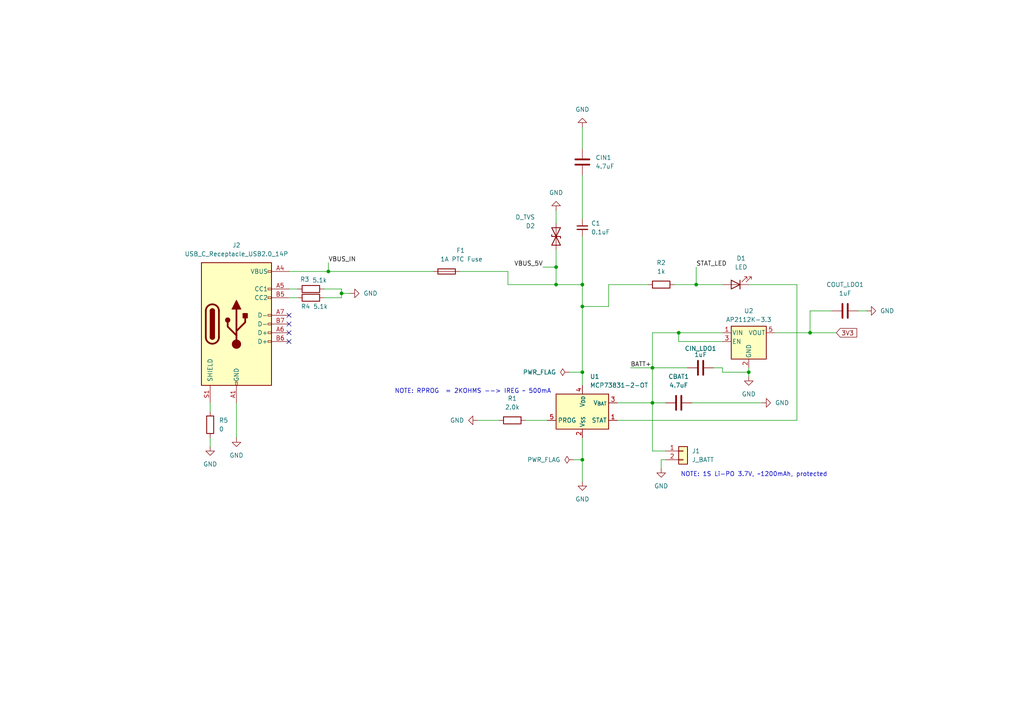
<source format=kicad_sch>
(kicad_sch
	(version 20231120)
	(generator "eeschema")
	(generator_version "8.0")
	(uuid "c942a5c4-b141-4374-9e7a-911a101ecc9c")
	(paper "A4")
	(lib_symbols
		(symbol "Battery_Management:MCP73831-2-OT"
			(exclude_from_sim no)
			(in_bom yes)
			(on_board yes)
			(property "Reference" "U"
				(at -7.62 6.35 0)
				(effects
					(font
						(size 1.27 1.27)
					)
					(justify left)
				)
			)
			(property "Value" "MCP73831-2-OT"
				(at 1.27 6.35 0)
				(effects
					(font
						(size 1.27 1.27)
					)
					(justify left)
				)
			)
			(property "Footprint" "Package_TO_SOT_SMD:SOT-23-5"
				(at 1.27 -6.35 0)
				(effects
					(font
						(size 1.27 1.27)
						(italic yes)
					)
					(justify left)
					(hide yes)
				)
			)
			(property "Datasheet" "http://ww1.microchip.com/downloads/en/DeviceDoc/20001984g.pdf"
				(at 0 -18.288 0)
				(effects
					(font
						(size 1.27 1.27)
					)
					(hide yes)
				)
			)
			(property "Description" "Single cell, Li-Ion/Li-Po charge management controller, 4.20V, Tri-State Status Output, in SOT23-5 package"
				(at 0 0 0)
				(effects
					(font
						(size 1.27 1.27)
					)
					(hide yes)
				)
			)
			(property "ki_keywords" "battery charger lithium"
				(at 0 0 0)
				(effects
					(font
						(size 1.27 1.27)
					)
					(hide yes)
				)
			)
			(property "ki_fp_filters" "SOT?23*"
				(at 0 0 0)
				(effects
					(font
						(size 1.27 1.27)
					)
					(hide yes)
				)
			)
			(symbol "MCP73831-2-OT_0_1"
				(rectangle
					(start -7.62 5.08)
					(end 7.62 -5.08)
					(stroke
						(width 0.254)
						(type default)
					)
					(fill
						(type background)
					)
				)
			)
			(symbol "MCP73831-2-OT_1_1"
				(pin tri_state line
					(at 10.16 -2.54 180)
					(length 2.54)
					(name "STAT"
						(effects
							(font
								(size 1.27 1.27)
							)
						)
					)
					(number "1"
						(effects
							(font
								(size 1.27 1.27)
							)
						)
					)
				)
				(pin power_in line
					(at 0 -7.62 90)
					(length 2.54)
					(name "V_{SS}"
						(effects
							(font
								(size 1.27 1.27)
							)
						)
					)
					(number "2"
						(effects
							(font
								(size 1.27 1.27)
							)
						)
					)
				)
				(pin power_out line
					(at 10.16 2.54 180)
					(length 2.54)
					(name "V_{BAT}"
						(effects
							(font
								(size 1.27 1.27)
							)
						)
					)
					(number "3"
						(effects
							(font
								(size 1.27 1.27)
							)
						)
					)
				)
				(pin power_in line
					(at 0 7.62 270)
					(length 2.54)
					(name "V_{DD}"
						(effects
							(font
								(size 1.27 1.27)
							)
						)
					)
					(number "4"
						(effects
							(font
								(size 1.27 1.27)
							)
						)
					)
				)
				(pin input line
					(at -10.16 -2.54 0)
					(length 2.54)
					(name "PROG"
						(effects
							(font
								(size 1.27 1.27)
							)
						)
					)
					(number "5"
						(effects
							(font
								(size 1.27 1.27)
							)
						)
					)
				)
			)
		)
		(symbol "Connector:USB_C_Receptacle_USB2.0_14P"
			(pin_names
				(offset 1.016)
			)
			(exclude_from_sim no)
			(in_bom yes)
			(on_board yes)
			(property "Reference" "J"
				(at 0 22.225 0)
				(effects
					(font
						(size 1.27 1.27)
					)
				)
			)
			(property "Value" "USB_C_Receptacle_USB2.0_14P"
				(at 0 19.685 0)
				(effects
					(font
						(size 1.27 1.27)
					)
				)
			)
			(property "Footprint" ""
				(at 3.81 0 0)
				(effects
					(font
						(size 1.27 1.27)
					)
					(hide yes)
				)
			)
			(property "Datasheet" "https://www.usb.org/sites/default/files/documents/usb_type-c.zip"
				(at 3.81 0 0)
				(effects
					(font
						(size 1.27 1.27)
					)
					(hide yes)
				)
			)
			(property "Description" "USB 2.0-only 14P Type-C Receptacle connector"
				(at 0 0 0)
				(effects
					(font
						(size 1.27 1.27)
					)
					(hide yes)
				)
			)
			(property "ki_keywords" "usb universal serial bus type-C USB2.0"
				(at 0 0 0)
				(effects
					(font
						(size 1.27 1.27)
					)
					(hide yes)
				)
			)
			(property "ki_fp_filters" "USB*C*Receptacle*"
				(at 0 0 0)
				(effects
					(font
						(size 1.27 1.27)
					)
					(hide yes)
				)
			)
			(symbol "USB_C_Receptacle_USB2.0_14P_0_0"
				(rectangle
					(start -0.254 -17.78)
					(end 0.254 -16.764)
					(stroke
						(width 0)
						(type default)
					)
					(fill
						(type none)
					)
				)
				(rectangle
					(start 10.16 -4.826)
					(end 9.144 -5.334)
					(stroke
						(width 0)
						(type default)
					)
					(fill
						(type none)
					)
				)
				(rectangle
					(start 10.16 -2.286)
					(end 9.144 -2.794)
					(stroke
						(width 0)
						(type default)
					)
					(fill
						(type none)
					)
				)
				(rectangle
					(start 10.16 0.254)
					(end 9.144 -0.254)
					(stroke
						(width 0)
						(type default)
					)
					(fill
						(type none)
					)
				)
				(rectangle
					(start 10.16 2.794)
					(end 9.144 2.286)
					(stroke
						(width 0)
						(type default)
					)
					(fill
						(type none)
					)
				)
				(rectangle
					(start 10.16 7.874)
					(end 9.144 7.366)
					(stroke
						(width 0)
						(type default)
					)
					(fill
						(type none)
					)
				)
				(rectangle
					(start 10.16 10.414)
					(end 9.144 9.906)
					(stroke
						(width 0)
						(type default)
					)
					(fill
						(type none)
					)
				)
				(rectangle
					(start 10.16 15.494)
					(end 9.144 14.986)
					(stroke
						(width 0)
						(type default)
					)
					(fill
						(type none)
					)
				)
			)
			(symbol "USB_C_Receptacle_USB2.0_14P_0_1"
				(rectangle
					(start -10.16 17.78)
					(end 10.16 -17.78)
					(stroke
						(width 0.254)
						(type default)
					)
					(fill
						(type background)
					)
				)
				(arc
					(start -8.89 -3.81)
					(mid -6.985 -5.7067)
					(end -5.08 -3.81)
					(stroke
						(width 0.508)
						(type default)
					)
					(fill
						(type none)
					)
				)
				(arc
					(start -7.62 -3.81)
					(mid -6.985 -4.4423)
					(end -6.35 -3.81)
					(stroke
						(width 0.254)
						(type default)
					)
					(fill
						(type none)
					)
				)
				(arc
					(start -7.62 -3.81)
					(mid -6.985 -4.4423)
					(end -6.35 -3.81)
					(stroke
						(width 0.254)
						(type default)
					)
					(fill
						(type outline)
					)
				)
				(rectangle
					(start -7.62 -3.81)
					(end -6.35 3.81)
					(stroke
						(width 0.254)
						(type default)
					)
					(fill
						(type outline)
					)
				)
				(arc
					(start -6.35 3.81)
					(mid -6.985 4.4423)
					(end -7.62 3.81)
					(stroke
						(width 0.254)
						(type default)
					)
					(fill
						(type none)
					)
				)
				(arc
					(start -6.35 3.81)
					(mid -6.985 4.4423)
					(end -7.62 3.81)
					(stroke
						(width 0.254)
						(type default)
					)
					(fill
						(type outline)
					)
				)
				(arc
					(start -5.08 3.81)
					(mid -6.985 5.7067)
					(end -8.89 3.81)
					(stroke
						(width 0.508)
						(type default)
					)
					(fill
						(type none)
					)
				)
				(circle
					(center -2.54 1.143)
					(radius 0.635)
					(stroke
						(width 0.254)
						(type default)
					)
					(fill
						(type outline)
					)
				)
				(circle
					(center 0 -5.842)
					(radius 1.27)
					(stroke
						(width 0)
						(type default)
					)
					(fill
						(type outline)
					)
				)
				(polyline
					(pts
						(xy -8.89 -3.81) (xy -8.89 3.81)
					)
					(stroke
						(width 0.508)
						(type default)
					)
					(fill
						(type none)
					)
				)
				(polyline
					(pts
						(xy -5.08 3.81) (xy -5.08 -3.81)
					)
					(stroke
						(width 0.508)
						(type default)
					)
					(fill
						(type none)
					)
				)
				(polyline
					(pts
						(xy 0 -5.842) (xy 0 4.318)
					)
					(stroke
						(width 0.508)
						(type default)
					)
					(fill
						(type none)
					)
				)
				(polyline
					(pts
						(xy 0 -3.302) (xy -2.54 -0.762) (xy -2.54 0.508)
					)
					(stroke
						(width 0.508)
						(type default)
					)
					(fill
						(type none)
					)
				)
				(polyline
					(pts
						(xy 0 -2.032) (xy 2.54 0.508) (xy 2.54 1.778)
					)
					(stroke
						(width 0.508)
						(type default)
					)
					(fill
						(type none)
					)
				)
				(polyline
					(pts
						(xy -1.27 4.318) (xy 0 6.858) (xy 1.27 4.318) (xy -1.27 4.318)
					)
					(stroke
						(width 0.254)
						(type default)
					)
					(fill
						(type outline)
					)
				)
				(rectangle
					(start 1.905 1.778)
					(end 3.175 3.048)
					(stroke
						(width 0.254)
						(type default)
					)
					(fill
						(type outline)
					)
				)
			)
			(symbol "USB_C_Receptacle_USB2.0_14P_1_1"
				(pin passive line
					(at 0 -22.86 90)
					(length 5.08)
					(name "GND"
						(effects
							(font
								(size 1.27 1.27)
							)
						)
					)
					(number "A1"
						(effects
							(font
								(size 1.27 1.27)
							)
						)
					)
				)
				(pin passive line
					(at 0 -22.86 90)
					(length 5.08) hide
					(name "GND"
						(effects
							(font
								(size 1.27 1.27)
							)
						)
					)
					(number "A12"
						(effects
							(font
								(size 1.27 1.27)
							)
						)
					)
				)
				(pin passive line
					(at 15.24 15.24 180)
					(length 5.08)
					(name "VBUS"
						(effects
							(font
								(size 1.27 1.27)
							)
						)
					)
					(number "A4"
						(effects
							(font
								(size 1.27 1.27)
							)
						)
					)
				)
				(pin bidirectional line
					(at 15.24 10.16 180)
					(length 5.08)
					(name "CC1"
						(effects
							(font
								(size 1.27 1.27)
							)
						)
					)
					(number "A5"
						(effects
							(font
								(size 1.27 1.27)
							)
						)
					)
				)
				(pin bidirectional line
					(at 15.24 -2.54 180)
					(length 5.08)
					(name "D+"
						(effects
							(font
								(size 1.27 1.27)
							)
						)
					)
					(number "A6"
						(effects
							(font
								(size 1.27 1.27)
							)
						)
					)
				)
				(pin bidirectional line
					(at 15.24 2.54 180)
					(length 5.08)
					(name "D-"
						(effects
							(font
								(size 1.27 1.27)
							)
						)
					)
					(number "A7"
						(effects
							(font
								(size 1.27 1.27)
							)
						)
					)
				)
				(pin passive line
					(at 15.24 15.24 180)
					(length 5.08) hide
					(name "VBUS"
						(effects
							(font
								(size 1.27 1.27)
							)
						)
					)
					(number "A9"
						(effects
							(font
								(size 1.27 1.27)
							)
						)
					)
				)
				(pin passive line
					(at 0 -22.86 90)
					(length 5.08) hide
					(name "GND"
						(effects
							(font
								(size 1.27 1.27)
							)
						)
					)
					(number "B1"
						(effects
							(font
								(size 1.27 1.27)
							)
						)
					)
				)
				(pin passive line
					(at 0 -22.86 90)
					(length 5.08) hide
					(name "GND"
						(effects
							(font
								(size 1.27 1.27)
							)
						)
					)
					(number "B12"
						(effects
							(font
								(size 1.27 1.27)
							)
						)
					)
				)
				(pin passive line
					(at 15.24 15.24 180)
					(length 5.08) hide
					(name "VBUS"
						(effects
							(font
								(size 1.27 1.27)
							)
						)
					)
					(number "B4"
						(effects
							(font
								(size 1.27 1.27)
							)
						)
					)
				)
				(pin bidirectional line
					(at 15.24 7.62 180)
					(length 5.08)
					(name "CC2"
						(effects
							(font
								(size 1.27 1.27)
							)
						)
					)
					(number "B5"
						(effects
							(font
								(size 1.27 1.27)
							)
						)
					)
				)
				(pin bidirectional line
					(at 15.24 -5.08 180)
					(length 5.08)
					(name "D+"
						(effects
							(font
								(size 1.27 1.27)
							)
						)
					)
					(number "B6"
						(effects
							(font
								(size 1.27 1.27)
							)
						)
					)
				)
				(pin bidirectional line
					(at 15.24 0 180)
					(length 5.08)
					(name "D-"
						(effects
							(font
								(size 1.27 1.27)
							)
						)
					)
					(number "B7"
						(effects
							(font
								(size 1.27 1.27)
							)
						)
					)
				)
				(pin passive line
					(at 15.24 15.24 180)
					(length 5.08) hide
					(name "VBUS"
						(effects
							(font
								(size 1.27 1.27)
							)
						)
					)
					(number "B9"
						(effects
							(font
								(size 1.27 1.27)
							)
						)
					)
				)
				(pin passive line
					(at -7.62 -22.86 90)
					(length 5.08)
					(name "SHIELD"
						(effects
							(font
								(size 1.27 1.27)
							)
						)
					)
					(number "S1"
						(effects
							(font
								(size 1.27 1.27)
							)
						)
					)
				)
			)
		)
		(symbol "Connector_Generic:Conn_01x02"
			(pin_names
				(offset 1.016) hide)
			(exclude_from_sim no)
			(in_bom yes)
			(on_board yes)
			(property "Reference" "J"
				(at 0 2.54 0)
				(effects
					(font
						(size 1.27 1.27)
					)
				)
			)
			(property "Value" "Conn_01x02"
				(at 0 -5.08 0)
				(effects
					(font
						(size 1.27 1.27)
					)
				)
			)
			(property "Footprint" ""
				(at 0 0 0)
				(effects
					(font
						(size 1.27 1.27)
					)
					(hide yes)
				)
			)
			(property "Datasheet" "~"
				(at 0 0 0)
				(effects
					(font
						(size 1.27 1.27)
					)
					(hide yes)
				)
			)
			(property "Description" "Generic connector, single row, 01x02, script generated (kicad-library-utils/schlib/autogen/connector/)"
				(at 0 0 0)
				(effects
					(font
						(size 1.27 1.27)
					)
					(hide yes)
				)
			)
			(property "ki_keywords" "connector"
				(at 0 0 0)
				(effects
					(font
						(size 1.27 1.27)
					)
					(hide yes)
				)
			)
			(property "ki_fp_filters" "Connector*:*_1x??_*"
				(at 0 0 0)
				(effects
					(font
						(size 1.27 1.27)
					)
					(hide yes)
				)
			)
			(symbol "Conn_01x02_1_1"
				(rectangle
					(start -1.27 -2.413)
					(end 0 -2.667)
					(stroke
						(width 0.1524)
						(type default)
					)
					(fill
						(type none)
					)
				)
				(rectangle
					(start -1.27 0.127)
					(end 0 -0.127)
					(stroke
						(width 0.1524)
						(type default)
					)
					(fill
						(type none)
					)
				)
				(rectangle
					(start -1.27 1.27)
					(end 1.27 -3.81)
					(stroke
						(width 0.254)
						(type default)
					)
					(fill
						(type background)
					)
				)
				(pin passive line
					(at -5.08 0 0)
					(length 3.81)
					(name "Pin_1"
						(effects
							(font
								(size 1.27 1.27)
							)
						)
					)
					(number "1"
						(effects
							(font
								(size 1.27 1.27)
							)
						)
					)
				)
				(pin passive line
					(at -5.08 -2.54 0)
					(length 3.81)
					(name "Pin_2"
						(effects
							(font
								(size 1.27 1.27)
							)
						)
					)
					(number "2"
						(effects
							(font
								(size 1.27 1.27)
							)
						)
					)
				)
			)
		)
		(symbol "Device:C"
			(pin_numbers hide)
			(pin_names
				(offset 0.254)
			)
			(exclude_from_sim no)
			(in_bom yes)
			(on_board yes)
			(property "Reference" "C"
				(at 0.635 2.54 0)
				(effects
					(font
						(size 1.27 1.27)
					)
					(justify left)
				)
			)
			(property "Value" "C"
				(at 0.635 -2.54 0)
				(effects
					(font
						(size 1.27 1.27)
					)
					(justify left)
				)
			)
			(property "Footprint" ""
				(at 0.9652 -3.81 0)
				(effects
					(font
						(size 1.27 1.27)
					)
					(hide yes)
				)
			)
			(property "Datasheet" "~"
				(at 0 0 0)
				(effects
					(font
						(size 1.27 1.27)
					)
					(hide yes)
				)
			)
			(property "Description" "Unpolarized capacitor"
				(at 0 0 0)
				(effects
					(font
						(size 1.27 1.27)
					)
					(hide yes)
				)
			)
			(property "ki_keywords" "cap capacitor"
				(at 0 0 0)
				(effects
					(font
						(size 1.27 1.27)
					)
					(hide yes)
				)
			)
			(property "ki_fp_filters" "C_*"
				(at 0 0 0)
				(effects
					(font
						(size 1.27 1.27)
					)
					(hide yes)
				)
			)
			(symbol "C_0_1"
				(polyline
					(pts
						(xy -2.032 -0.762) (xy 2.032 -0.762)
					)
					(stroke
						(width 0.508)
						(type default)
					)
					(fill
						(type none)
					)
				)
				(polyline
					(pts
						(xy -2.032 0.762) (xy 2.032 0.762)
					)
					(stroke
						(width 0.508)
						(type default)
					)
					(fill
						(type none)
					)
				)
			)
			(symbol "C_1_1"
				(pin passive line
					(at 0 3.81 270)
					(length 2.794)
					(name "~"
						(effects
							(font
								(size 1.27 1.27)
							)
						)
					)
					(number "1"
						(effects
							(font
								(size 1.27 1.27)
							)
						)
					)
				)
				(pin passive line
					(at 0 -3.81 90)
					(length 2.794)
					(name "~"
						(effects
							(font
								(size 1.27 1.27)
							)
						)
					)
					(number "2"
						(effects
							(font
								(size 1.27 1.27)
							)
						)
					)
				)
			)
		)
		(symbol "Device:C_Small"
			(pin_numbers hide)
			(pin_names
				(offset 0.254) hide)
			(exclude_from_sim no)
			(in_bom yes)
			(on_board yes)
			(property "Reference" "C"
				(at 0.254 1.778 0)
				(effects
					(font
						(size 1.27 1.27)
					)
					(justify left)
				)
			)
			(property "Value" "C_Small"
				(at 0.254 -2.032 0)
				(effects
					(font
						(size 1.27 1.27)
					)
					(justify left)
				)
			)
			(property "Footprint" ""
				(at 0 0 0)
				(effects
					(font
						(size 1.27 1.27)
					)
					(hide yes)
				)
			)
			(property "Datasheet" "~"
				(at 0 0 0)
				(effects
					(font
						(size 1.27 1.27)
					)
					(hide yes)
				)
			)
			(property "Description" "Unpolarized capacitor, small symbol"
				(at 0 0 0)
				(effects
					(font
						(size 1.27 1.27)
					)
					(hide yes)
				)
			)
			(property "ki_keywords" "capacitor cap"
				(at 0 0 0)
				(effects
					(font
						(size 1.27 1.27)
					)
					(hide yes)
				)
			)
			(property "ki_fp_filters" "C_*"
				(at 0 0 0)
				(effects
					(font
						(size 1.27 1.27)
					)
					(hide yes)
				)
			)
			(symbol "C_Small_0_1"
				(polyline
					(pts
						(xy -1.524 -0.508) (xy 1.524 -0.508)
					)
					(stroke
						(width 0.3302)
						(type default)
					)
					(fill
						(type none)
					)
				)
				(polyline
					(pts
						(xy -1.524 0.508) (xy 1.524 0.508)
					)
					(stroke
						(width 0.3048)
						(type default)
					)
					(fill
						(type none)
					)
				)
			)
			(symbol "C_Small_1_1"
				(pin passive line
					(at 0 2.54 270)
					(length 2.032)
					(name "~"
						(effects
							(font
								(size 1.27 1.27)
							)
						)
					)
					(number "1"
						(effects
							(font
								(size 1.27 1.27)
							)
						)
					)
				)
				(pin passive line
					(at 0 -2.54 90)
					(length 2.032)
					(name "~"
						(effects
							(font
								(size 1.27 1.27)
							)
						)
					)
					(number "2"
						(effects
							(font
								(size 1.27 1.27)
							)
						)
					)
				)
			)
		)
		(symbol "Device:D_TVS"
			(pin_numbers hide)
			(pin_names
				(offset 1.016) hide)
			(exclude_from_sim no)
			(in_bom yes)
			(on_board yes)
			(property "Reference" "D"
				(at 0 2.54 0)
				(effects
					(font
						(size 1.27 1.27)
					)
				)
			)
			(property "Value" "D_TVS"
				(at 0 -2.54 0)
				(effects
					(font
						(size 1.27 1.27)
					)
				)
			)
			(property "Footprint" ""
				(at 0 0 0)
				(effects
					(font
						(size 1.27 1.27)
					)
					(hide yes)
				)
			)
			(property "Datasheet" "~"
				(at 0 0 0)
				(effects
					(font
						(size 1.27 1.27)
					)
					(hide yes)
				)
			)
			(property "Description" "Bidirectional transient-voltage-suppression diode"
				(at 0 0 0)
				(effects
					(font
						(size 1.27 1.27)
					)
					(hide yes)
				)
			)
			(property "ki_keywords" "diode TVS thyrector"
				(at 0 0 0)
				(effects
					(font
						(size 1.27 1.27)
					)
					(hide yes)
				)
			)
			(property "ki_fp_filters" "TO-???* *_Diode_* *SingleDiode* D_*"
				(at 0 0 0)
				(effects
					(font
						(size 1.27 1.27)
					)
					(hide yes)
				)
			)
			(symbol "D_TVS_0_1"
				(polyline
					(pts
						(xy 1.27 0) (xy -1.27 0)
					)
					(stroke
						(width 0)
						(type default)
					)
					(fill
						(type none)
					)
				)
				(polyline
					(pts
						(xy 0.508 1.27) (xy 0 1.27) (xy 0 -1.27) (xy -0.508 -1.27)
					)
					(stroke
						(width 0.254)
						(type default)
					)
					(fill
						(type none)
					)
				)
				(polyline
					(pts
						(xy -2.54 1.27) (xy -2.54 -1.27) (xy 2.54 1.27) (xy 2.54 -1.27) (xy -2.54 1.27)
					)
					(stroke
						(width 0.254)
						(type default)
					)
					(fill
						(type none)
					)
				)
			)
			(symbol "D_TVS_1_1"
				(pin passive line
					(at -3.81 0 0)
					(length 2.54)
					(name "A1"
						(effects
							(font
								(size 1.27 1.27)
							)
						)
					)
					(number "1"
						(effects
							(font
								(size 1.27 1.27)
							)
						)
					)
				)
				(pin passive line
					(at 3.81 0 180)
					(length 2.54)
					(name "A2"
						(effects
							(font
								(size 1.27 1.27)
							)
						)
					)
					(number "2"
						(effects
							(font
								(size 1.27 1.27)
							)
						)
					)
				)
			)
		)
		(symbol "Device:Fuse"
			(pin_numbers hide)
			(pin_names
				(offset 0)
			)
			(exclude_from_sim no)
			(in_bom yes)
			(on_board yes)
			(property "Reference" "F"
				(at 2.032 0 90)
				(effects
					(font
						(size 1.27 1.27)
					)
				)
			)
			(property "Value" "Fuse"
				(at -1.905 0 90)
				(effects
					(font
						(size 1.27 1.27)
					)
				)
			)
			(property "Footprint" ""
				(at -1.778 0 90)
				(effects
					(font
						(size 1.27 1.27)
					)
					(hide yes)
				)
			)
			(property "Datasheet" "~"
				(at 0 0 0)
				(effects
					(font
						(size 1.27 1.27)
					)
					(hide yes)
				)
			)
			(property "Description" "Fuse"
				(at 0 0 0)
				(effects
					(font
						(size 1.27 1.27)
					)
					(hide yes)
				)
			)
			(property "ki_keywords" "fuse"
				(at 0 0 0)
				(effects
					(font
						(size 1.27 1.27)
					)
					(hide yes)
				)
			)
			(property "ki_fp_filters" "*Fuse*"
				(at 0 0 0)
				(effects
					(font
						(size 1.27 1.27)
					)
					(hide yes)
				)
			)
			(symbol "Fuse_0_1"
				(rectangle
					(start -0.762 -2.54)
					(end 0.762 2.54)
					(stroke
						(width 0.254)
						(type default)
					)
					(fill
						(type none)
					)
				)
				(polyline
					(pts
						(xy 0 2.54) (xy 0 -2.54)
					)
					(stroke
						(width 0)
						(type default)
					)
					(fill
						(type none)
					)
				)
			)
			(symbol "Fuse_1_1"
				(pin passive line
					(at 0 3.81 270)
					(length 1.27)
					(name "~"
						(effects
							(font
								(size 1.27 1.27)
							)
						)
					)
					(number "1"
						(effects
							(font
								(size 1.27 1.27)
							)
						)
					)
				)
				(pin passive line
					(at 0 -3.81 90)
					(length 1.27)
					(name "~"
						(effects
							(font
								(size 1.27 1.27)
							)
						)
					)
					(number "2"
						(effects
							(font
								(size 1.27 1.27)
							)
						)
					)
				)
			)
		)
		(symbol "Device:LED"
			(pin_numbers hide)
			(pin_names
				(offset 1.016) hide)
			(exclude_from_sim no)
			(in_bom yes)
			(on_board yes)
			(property "Reference" "D"
				(at 0 2.54 0)
				(effects
					(font
						(size 1.27 1.27)
					)
				)
			)
			(property "Value" "LED"
				(at 0 -2.54 0)
				(effects
					(font
						(size 1.27 1.27)
					)
				)
			)
			(property "Footprint" ""
				(at 0 0 0)
				(effects
					(font
						(size 1.27 1.27)
					)
					(hide yes)
				)
			)
			(property "Datasheet" "~"
				(at 0 0 0)
				(effects
					(font
						(size 1.27 1.27)
					)
					(hide yes)
				)
			)
			(property "Description" "Light emitting diode"
				(at 0 0 0)
				(effects
					(font
						(size 1.27 1.27)
					)
					(hide yes)
				)
			)
			(property "ki_keywords" "LED diode"
				(at 0 0 0)
				(effects
					(font
						(size 1.27 1.27)
					)
					(hide yes)
				)
			)
			(property "ki_fp_filters" "LED* LED_SMD:* LED_THT:*"
				(at 0 0 0)
				(effects
					(font
						(size 1.27 1.27)
					)
					(hide yes)
				)
			)
			(symbol "LED_0_1"
				(polyline
					(pts
						(xy -1.27 -1.27) (xy -1.27 1.27)
					)
					(stroke
						(width 0.254)
						(type default)
					)
					(fill
						(type none)
					)
				)
				(polyline
					(pts
						(xy -1.27 0) (xy 1.27 0)
					)
					(stroke
						(width 0)
						(type default)
					)
					(fill
						(type none)
					)
				)
				(polyline
					(pts
						(xy 1.27 -1.27) (xy 1.27 1.27) (xy -1.27 0) (xy 1.27 -1.27)
					)
					(stroke
						(width 0.254)
						(type default)
					)
					(fill
						(type none)
					)
				)
				(polyline
					(pts
						(xy -3.048 -0.762) (xy -4.572 -2.286) (xy -3.81 -2.286) (xy -4.572 -2.286) (xy -4.572 -1.524)
					)
					(stroke
						(width 0)
						(type default)
					)
					(fill
						(type none)
					)
				)
				(polyline
					(pts
						(xy -1.778 -0.762) (xy -3.302 -2.286) (xy -2.54 -2.286) (xy -3.302 -2.286) (xy -3.302 -1.524)
					)
					(stroke
						(width 0)
						(type default)
					)
					(fill
						(type none)
					)
				)
			)
			(symbol "LED_1_1"
				(pin passive line
					(at -3.81 0 0)
					(length 2.54)
					(name "K"
						(effects
							(font
								(size 1.27 1.27)
							)
						)
					)
					(number "1"
						(effects
							(font
								(size 1.27 1.27)
							)
						)
					)
				)
				(pin passive line
					(at 3.81 0 180)
					(length 2.54)
					(name "A"
						(effects
							(font
								(size 1.27 1.27)
							)
						)
					)
					(number "2"
						(effects
							(font
								(size 1.27 1.27)
							)
						)
					)
				)
			)
		)
		(symbol "Device:R"
			(pin_numbers hide)
			(pin_names
				(offset 0)
			)
			(exclude_from_sim no)
			(in_bom yes)
			(on_board yes)
			(property "Reference" "R"
				(at 2.032 0 90)
				(effects
					(font
						(size 1.27 1.27)
					)
				)
			)
			(property "Value" "R"
				(at 0 0 90)
				(effects
					(font
						(size 1.27 1.27)
					)
				)
			)
			(property "Footprint" ""
				(at -1.778 0 90)
				(effects
					(font
						(size 1.27 1.27)
					)
					(hide yes)
				)
			)
			(property "Datasheet" "~"
				(at 0 0 0)
				(effects
					(font
						(size 1.27 1.27)
					)
					(hide yes)
				)
			)
			(property "Description" "Resistor"
				(at 0 0 0)
				(effects
					(font
						(size 1.27 1.27)
					)
					(hide yes)
				)
			)
			(property "ki_keywords" "R res resistor"
				(at 0 0 0)
				(effects
					(font
						(size 1.27 1.27)
					)
					(hide yes)
				)
			)
			(property "ki_fp_filters" "R_*"
				(at 0 0 0)
				(effects
					(font
						(size 1.27 1.27)
					)
					(hide yes)
				)
			)
			(symbol "R_0_1"
				(rectangle
					(start -1.016 -2.54)
					(end 1.016 2.54)
					(stroke
						(width 0.254)
						(type default)
					)
					(fill
						(type none)
					)
				)
			)
			(symbol "R_1_1"
				(pin passive line
					(at 0 3.81 270)
					(length 1.27)
					(name "~"
						(effects
							(font
								(size 1.27 1.27)
							)
						)
					)
					(number "1"
						(effects
							(font
								(size 1.27 1.27)
							)
						)
					)
				)
				(pin passive line
					(at 0 -3.81 90)
					(length 1.27)
					(name "~"
						(effects
							(font
								(size 1.27 1.27)
							)
						)
					)
					(number "2"
						(effects
							(font
								(size 1.27 1.27)
							)
						)
					)
				)
			)
		)
		(symbol "Regulator_Linear:AP2112K-3.3"
			(pin_names
				(offset 0.254)
			)
			(exclude_from_sim no)
			(in_bom yes)
			(on_board yes)
			(property "Reference" "U"
				(at -5.08 5.715 0)
				(effects
					(font
						(size 1.27 1.27)
					)
					(justify left)
				)
			)
			(property "Value" "AP2112K-3.3"
				(at 0 5.715 0)
				(effects
					(font
						(size 1.27 1.27)
					)
					(justify left)
				)
			)
			(property "Footprint" "Package_TO_SOT_SMD:SOT-23-5"
				(at 0 8.255 0)
				(effects
					(font
						(size 1.27 1.27)
					)
					(hide yes)
				)
			)
			(property "Datasheet" "https://www.diodes.com/assets/Datasheets/AP2112.pdf"
				(at 0 2.54 0)
				(effects
					(font
						(size 1.27 1.27)
					)
					(hide yes)
				)
			)
			(property "Description" "600mA low dropout linear regulator, with enable pin, 3.8V-6V input voltage range, 3.3V fixed positive output, SOT-23-5"
				(at 0 0 0)
				(effects
					(font
						(size 1.27 1.27)
					)
					(hide yes)
				)
			)
			(property "ki_keywords" "linear regulator ldo fixed positive"
				(at 0 0 0)
				(effects
					(font
						(size 1.27 1.27)
					)
					(hide yes)
				)
			)
			(property "ki_fp_filters" "SOT?23?5*"
				(at 0 0 0)
				(effects
					(font
						(size 1.27 1.27)
					)
					(hide yes)
				)
			)
			(symbol "AP2112K-3.3_0_1"
				(rectangle
					(start -5.08 4.445)
					(end 5.08 -5.08)
					(stroke
						(width 0.254)
						(type default)
					)
					(fill
						(type background)
					)
				)
			)
			(symbol "AP2112K-3.3_1_1"
				(pin power_in line
					(at -7.62 2.54 0)
					(length 2.54)
					(name "VIN"
						(effects
							(font
								(size 1.27 1.27)
							)
						)
					)
					(number "1"
						(effects
							(font
								(size 1.27 1.27)
							)
						)
					)
				)
				(pin power_in line
					(at 0 -7.62 90)
					(length 2.54)
					(name "GND"
						(effects
							(font
								(size 1.27 1.27)
							)
						)
					)
					(number "2"
						(effects
							(font
								(size 1.27 1.27)
							)
						)
					)
				)
				(pin input line
					(at -7.62 0 0)
					(length 2.54)
					(name "EN"
						(effects
							(font
								(size 1.27 1.27)
							)
						)
					)
					(number "3"
						(effects
							(font
								(size 1.27 1.27)
							)
						)
					)
				)
				(pin no_connect line
					(at 5.08 0 180)
					(length 2.54) hide
					(name "NC"
						(effects
							(font
								(size 1.27 1.27)
							)
						)
					)
					(number "4"
						(effects
							(font
								(size 1.27 1.27)
							)
						)
					)
				)
				(pin power_out line
					(at 7.62 2.54 180)
					(length 2.54)
					(name "VOUT"
						(effects
							(font
								(size 1.27 1.27)
							)
						)
					)
					(number "5"
						(effects
							(font
								(size 1.27 1.27)
							)
						)
					)
				)
			)
		)
		(symbol "power:GND"
			(power)
			(pin_numbers hide)
			(pin_names
				(offset 0) hide)
			(exclude_from_sim no)
			(in_bom yes)
			(on_board yes)
			(property "Reference" "#PWR"
				(at 0 -6.35 0)
				(effects
					(font
						(size 1.27 1.27)
					)
					(hide yes)
				)
			)
			(property "Value" "GND"
				(at 0 -3.81 0)
				(effects
					(font
						(size 1.27 1.27)
					)
				)
			)
			(property "Footprint" ""
				(at 0 0 0)
				(effects
					(font
						(size 1.27 1.27)
					)
					(hide yes)
				)
			)
			(property "Datasheet" ""
				(at 0 0 0)
				(effects
					(font
						(size 1.27 1.27)
					)
					(hide yes)
				)
			)
			(property "Description" "Power symbol creates a global label with name \"GND\" , ground"
				(at 0 0 0)
				(effects
					(font
						(size 1.27 1.27)
					)
					(hide yes)
				)
			)
			(property "ki_keywords" "global power"
				(at 0 0 0)
				(effects
					(font
						(size 1.27 1.27)
					)
					(hide yes)
				)
			)
			(symbol "GND_0_1"
				(polyline
					(pts
						(xy 0 0) (xy 0 -1.27) (xy 1.27 -1.27) (xy 0 -2.54) (xy -1.27 -1.27) (xy 0 -1.27)
					)
					(stroke
						(width 0)
						(type default)
					)
					(fill
						(type none)
					)
				)
			)
			(symbol "GND_1_1"
				(pin power_in line
					(at 0 0 270)
					(length 0)
					(name "~"
						(effects
							(font
								(size 1.27 1.27)
							)
						)
					)
					(number "1"
						(effects
							(font
								(size 1.27 1.27)
							)
						)
					)
				)
			)
		)
		(symbol "power:PWR_FLAG"
			(power)
			(pin_numbers hide)
			(pin_names
				(offset 0) hide)
			(exclude_from_sim no)
			(in_bom yes)
			(on_board yes)
			(property "Reference" "#FLG"
				(at 0 1.905 0)
				(effects
					(font
						(size 1.27 1.27)
					)
					(hide yes)
				)
			)
			(property "Value" "PWR_FLAG"
				(at 0 3.81 0)
				(effects
					(font
						(size 1.27 1.27)
					)
				)
			)
			(property "Footprint" ""
				(at 0 0 0)
				(effects
					(font
						(size 1.27 1.27)
					)
					(hide yes)
				)
			)
			(property "Datasheet" "~"
				(at 0 0 0)
				(effects
					(font
						(size 1.27 1.27)
					)
					(hide yes)
				)
			)
			(property "Description" "Special symbol for telling ERC where power comes from"
				(at 0 0 0)
				(effects
					(font
						(size 1.27 1.27)
					)
					(hide yes)
				)
			)
			(property "ki_keywords" "flag power"
				(at 0 0 0)
				(effects
					(font
						(size 1.27 1.27)
					)
					(hide yes)
				)
			)
			(symbol "PWR_FLAG_0_0"
				(pin power_out line
					(at 0 0 90)
					(length 0)
					(name "~"
						(effects
							(font
								(size 1.27 1.27)
							)
						)
					)
					(number "1"
						(effects
							(font
								(size 1.27 1.27)
							)
						)
					)
				)
			)
			(symbol "PWR_FLAG_0_1"
				(polyline
					(pts
						(xy 0 0) (xy 0 1.27) (xy -1.016 1.905) (xy 0 2.54) (xy 1.016 1.905) (xy 0 1.27)
					)
					(stroke
						(width 0)
						(type default)
					)
					(fill
						(type none)
					)
				)
			)
		)
	)
	(junction
		(at 99.06 85.09)
		(diameter 0)
		(color 0 0 0 0)
		(uuid "07d1c2ef-d13a-4b43-8175-8035fd201aa7")
	)
	(junction
		(at 95.25 78.74)
		(diameter 0)
		(color 0 0 0 0)
		(uuid "1cb94879-94e4-4fef-afca-2307559a5438")
	)
	(junction
		(at 168.91 133.35)
		(diameter 0)
		(color 0 0 0 0)
		(uuid "3fe63ca9-a5d0-45d5-937a-2e9198ce88dc")
	)
	(junction
		(at 234.95 96.52)
		(diameter 0)
		(color 0 0 0 0)
		(uuid "70d2f241-98ad-4d6d-8356-45ff3b7ef469")
	)
	(junction
		(at 168.91 88.9)
		(diameter 0)
		(color 0 0 0 0)
		(uuid "74e570f0-5df8-4075-9b19-c21f29e18d76")
	)
	(junction
		(at 201.93 82.55)
		(diameter 0)
		(color 0 0 0 0)
		(uuid "84c4791e-8d21-446d-873c-c872d22f3b84")
	)
	(junction
		(at 168.91 107.95)
		(diameter 0)
		(color 0 0 0 0)
		(uuid "8f748df7-fb27-4a2d-a6c0-7bfbb39b0ee6")
	)
	(junction
		(at 168.91 82.55)
		(diameter 0)
		(color 0 0 0 0)
		(uuid "8fb3b09e-9028-4518-8249-c6e7b21ee93f")
	)
	(junction
		(at 189.23 116.84)
		(diameter 0)
		(color 0 0 0 0)
		(uuid "9c665a02-cef7-4ec6-83eb-504249a83edd")
	)
	(junction
		(at 217.17 107.95)
		(diameter 0)
		(color 0 0 0 0)
		(uuid "b7f54a69-2538-4b7c-bcdf-290f538cd507")
	)
	(junction
		(at 161.29 77.47)
		(diameter 0)
		(color 0 0 0 0)
		(uuid "bc5a098b-c61c-4ca8-b86e-1336f74d5c03")
	)
	(junction
		(at 189.23 106.68)
		(diameter 0)
		(color 0 0 0 0)
		(uuid "d84644be-da2b-4774-a74c-d849779e2dd4")
	)
	(junction
		(at 161.29 82.55)
		(diameter 0)
		(color 0 0 0 0)
		(uuid "ebeaeb40-2f60-4d13-91d4-72487b62e271")
	)
	(junction
		(at 196.85 96.52)
		(diameter 0)
		(color 0 0 0 0)
		(uuid "f564bb1a-5d21-4c38-b2df-80064e16ae3a")
	)
	(no_connect
		(at 83.82 91.44)
		(uuid "192b02ab-1ec6-4324-a75d-02b238b2ea01")
	)
	(no_connect
		(at 83.82 96.52)
		(uuid "44622906-c55f-4f6b-a353-27e45793aa02")
	)
	(no_connect
		(at 83.82 93.98)
		(uuid "47321cd3-4335-43c3-9ad3-da1123324665")
	)
	(no_connect
		(at 83.82 99.06)
		(uuid "6143b996-898a-4bb9-b75e-75982a1691bc")
	)
	(wire
		(pts
			(xy 168.91 82.55) (xy 168.91 88.9)
		)
		(stroke
			(width 0)
			(type default)
		)
		(uuid "00c04276-4dad-4cf5-8ae0-8449a58f5daa")
	)
	(wire
		(pts
			(xy 168.91 50.8) (xy 168.91 63.5)
		)
		(stroke
			(width 0)
			(type default)
		)
		(uuid "061cde4b-41f0-49b3-9029-d74c4c1195b8")
	)
	(wire
		(pts
			(xy 99.06 83.82) (xy 99.06 85.09)
		)
		(stroke
			(width 0)
			(type default)
		)
		(uuid "0af3ee4c-dad5-4abd-84a9-74865cecb746")
	)
	(wire
		(pts
			(xy 224.79 96.52) (xy 234.95 96.52)
		)
		(stroke
			(width 0)
			(type default)
		)
		(uuid "0ce8e26c-5d9e-48e3-84fa-7f89627c05fa")
	)
	(wire
		(pts
			(xy 161.29 82.55) (xy 168.91 82.55)
		)
		(stroke
			(width 0)
			(type default)
		)
		(uuid "0f3aa892-f835-43b4-8fed-e56e47ca82ff")
	)
	(wire
		(pts
			(xy 234.95 90.17) (xy 234.95 96.52)
		)
		(stroke
			(width 0)
			(type default)
		)
		(uuid "17737ee4-8c62-4ab2-9ce1-e39d3d2addcb")
	)
	(wire
		(pts
			(xy 196.85 96.52) (xy 189.23 96.52)
		)
		(stroke
			(width 0)
			(type default)
		)
		(uuid "1bd8492c-39dc-40ad-8892-07c13db4e344")
	)
	(wire
		(pts
			(xy 209.55 99.06) (xy 196.85 99.06)
		)
		(stroke
			(width 0)
			(type default)
		)
		(uuid "2a2f71ee-ef17-4ea4-bb77-93b3ab048818")
	)
	(wire
		(pts
			(xy 189.23 106.68) (xy 199.39 106.68)
		)
		(stroke
			(width 0)
			(type default)
		)
		(uuid "2cf0e9fd-f3a7-4194-8190-7a88a8b05c60")
	)
	(wire
		(pts
			(xy 147.32 78.74) (xy 147.32 82.55)
		)
		(stroke
			(width 0)
			(type default)
		)
		(uuid "3374d938-0df2-4866-b4c4-eeb7a4b5ba8f")
	)
	(wire
		(pts
			(xy 166.37 133.35) (xy 168.91 133.35)
		)
		(stroke
			(width 0)
			(type default)
		)
		(uuid "33b0037d-e179-469e-af05-b523cc5ca170")
	)
	(wire
		(pts
			(xy 83.82 86.36) (xy 86.36 86.36)
		)
		(stroke
			(width 0)
			(type default)
		)
		(uuid "3546a671-16d7-4b56-8893-147d28cc58e0")
	)
	(wire
		(pts
			(xy 176.53 82.55) (xy 176.53 88.9)
		)
		(stroke
			(width 0)
			(type default)
		)
		(uuid "3626a389-59a5-49c1-8a46-8d05ff9b613e")
	)
	(wire
		(pts
			(xy 234.95 96.52) (xy 242.57 96.52)
		)
		(stroke
			(width 0)
			(type default)
		)
		(uuid "3977db25-d0a3-4678-b96b-59bbd34a3bb8")
	)
	(wire
		(pts
			(xy 209.55 96.52) (xy 196.85 96.52)
		)
		(stroke
			(width 0)
			(type default)
		)
		(uuid "3c557c52-4496-4c4c-b15c-54c932cbf176")
	)
	(wire
		(pts
			(xy 168.91 127) (xy 168.91 133.35)
		)
		(stroke
			(width 0)
			(type default)
		)
		(uuid "43e9f271-b7a7-4b01-b6cb-e143eadb5690")
	)
	(wire
		(pts
			(xy 95.25 78.74) (xy 125.73 78.74)
		)
		(stroke
			(width 0)
			(type default)
		)
		(uuid "4a602c90-0190-43a9-82ab-4659602c4cad")
	)
	(wire
		(pts
			(xy 207.01 106.68) (xy 209.55 106.68)
		)
		(stroke
			(width 0)
			(type default)
		)
		(uuid "4e098136-dfa6-4b7c-89f0-d45e7f7aa0f9")
	)
	(wire
		(pts
			(xy 182.88 106.68) (xy 189.23 106.68)
		)
		(stroke
			(width 0)
			(type default)
		)
		(uuid "4e5e116e-e61f-4421-b610-defa117f03ea")
	)
	(wire
		(pts
			(xy 189.23 116.84) (xy 193.04 116.84)
		)
		(stroke
			(width 0)
			(type default)
		)
		(uuid "4ea8f7fd-beb9-4d4e-b783-4f16ed97bdb0")
	)
	(wire
		(pts
			(xy 152.4 121.92) (xy 158.75 121.92)
		)
		(stroke
			(width 0)
			(type default)
		)
		(uuid "4ecc2d03-56bc-4c1e-91d8-e10b6babeea9")
	)
	(wire
		(pts
			(xy 179.07 116.84) (xy 189.23 116.84)
		)
		(stroke
			(width 0)
			(type default)
		)
		(uuid "5a81bde0-66a6-4ba7-8521-fc0dbb234307")
	)
	(wire
		(pts
			(xy 161.29 60.96) (xy 161.29 64.77)
		)
		(stroke
			(width 0)
			(type default)
		)
		(uuid "5d5a3735-9208-4502-bd23-d58f4e9641c8")
	)
	(wire
		(pts
			(xy 68.58 116.84) (xy 68.58 127)
		)
		(stroke
			(width 0)
			(type default)
		)
		(uuid "5e5f2ff2-3310-4fc9-8ae7-5c6dae8e6c4e")
	)
	(wire
		(pts
			(xy 189.23 130.81) (xy 189.23 116.84)
		)
		(stroke
			(width 0)
			(type default)
		)
		(uuid "60734740-026e-4d0f-8770-c8d7ba5f5659")
	)
	(wire
		(pts
			(xy 195.58 82.55) (xy 201.93 82.55)
		)
		(stroke
			(width 0)
			(type default)
		)
		(uuid "61ca1821-0742-41d8-bc30-612deec7d2d8")
	)
	(wire
		(pts
			(xy 60.96 127) (xy 60.96 129.54)
		)
		(stroke
			(width 0)
			(type default)
		)
		(uuid "6446579b-f4ed-41f9-b2c4-8225b69b970d")
	)
	(wire
		(pts
			(xy 201.93 77.47) (xy 201.93 82.55)
		)
		(stroke
			(width 0)
			(type default)
		)
		(uuid "65374523-bdb8-4184-aab7-d41e8d1fddc5")
	)
	(wire
		(pts
			(xy 93.98 83.82) (xy 99.06 83.82)
		)
		(stroke
			(width 0)
			(type default)
		)
		(uuid "66a433e9-3648-40ed-9022-ecdbf65a8e2a")
	)
	(wire
		(pts
			(xy 168.91 133.35) (xy 168.91 139.7)
		)
		(stroke
			(width 0)
			(type default)
		)
		(uuid "6816c340-5094-4572-90b7-b309fac73838")
	)
	(wire
		(pts
			(xy 231.14 82.55) (xy 231.14 121.92)
		)
		(stroke
			(width 0)
			(type default)
		)
		(uuid "6c1b9c7b-59ba-44f7-b2ee-d6b5bc98d290")
	)
	(wire
		(pts
			(xy 60.96 116.84) (xy 60.96 119.38)
		)
		(stroke
			(width 0)
			(type default)
		)
		(uuid "6d7e7037-969f-45ee-8a27-75300fe8ef09")
	)
	(wire
		(pts
			(xy 161.29 72.39) (xy 161.29 77.47)
		)
		(stroke
			(width 0)
			(type default)
		)
		(uuid "70de84ae-8f1c-4d25-99d6-291a641c5c03")
	)
	(wire
		(pts
			(xy 217.17 107.95) (xy 217.17 109.22)
		)
		(stroke
			(width 0)
			(type default)
		)
		(uuid "72f9e5b6-a03e-43e9-96f7-76fe20e7c8ef")
	)
	(wire
		(pts
			(xy 209.55 106.68) (xy 209.55 107.95)
		)
		(stroke
			(width 0)
			(type default)
		)
		(uuid "731ad006-d8c5-49f3-996c-8ee63e67520b")
	)
	(wire
		(pts
			(xy 176.53 88.9) (xy 168.91 88.9)
		)
		(stroke
			(width 0)
			(type default)
		)
		(uuid "76706e4a-5a05-403e-8eda-cf9eb3c8ab36")
	)
	(wire
		(pts
			(xy 168.91 88.9) (xy 168.91 107.95)
		)
		(stroke
			(width 0)
			(type default)
		)
		(uuid "771dabd3-ec24-4975-b9b1-0a981e52ac94")
	)
	(wire
		(pts
			(xy 161.29 77.47) (xy 161.29 82.55)
		)
		(stroke
			(width 0)
			(type default)
		)
		(uuid "77f84187-f2da-4620-a733-e28d428041b2")
	)
	(wire
		(pts
			(xy 201.93 82.55) (xy 209.55 82.55)
		)
		(stroke
			(width 0)
			(type default)
		)
		(uuid "77fce3ea-550d-4572-bb7f-d5b1a275f7c5")
	)
	(wire
		(pts
			(xy 200.66 116.84) (xy 220.98 116.84)
		)
		(stroke
			(width 0)
			(type default)
		)
		(uuid "810977e8-aa13-4e8e-9f8e-2744551abaf7")
	)
	(wire
		(pts
			(xy 147.32 82.55) (xy 161.29 82.55)
		)
		(stroke
			(width 0)
			(type default)
		)
		(uuid "83404b06-74d8-425c-bad9-d135034928fc")
	)
	(wire
		(pts
			(xy 234.95 90.17) (xy 241.3 90.17)
		)
		(stroke
			(width 0)
			(type default)
		)
		(uuid "85854d11-b529-4371-9834-545b414655cc")
	)
	(wire
		(pts
			(xy 209.55 107.95) (xy 217.17 107.95)
		)
		(stroke
			(width 0)
			(type default)
		)
		(uuid "876315a6-acd2-48ef-9d31-1551aae016cc")
	)
	(wire
		(pts
			(xy 83.82 78.74) (xy 95.25 78.74)
		)
		(stroke
			(width 0)
			(type default)
		)
		(uuid "8b170e23-b60a-4bbb-a57f-e24c7ea9da16")
	)
	(wire
		(pts
			(xy 231.14 121.92) (xy 179.07 121.92)
		)
		(stroke
			(width 0)
			(type default)
		)
		(uuid "8f07bb7f-29e9-41ce-962f-66879fa79519")
	)
	(wire
		(pts
			(xy 83.82 83.82) (xy 86.36 83.82)
		)
		(stroke
			(width 0)
			(type default)
		)
		(uuid "8fe3e2c9-f955-4c24-8530-95ec4c02585f")
	)
	(wire
		(pts
			(xy 157.48 77.47) (xy 161.29 77.47)
		)
		(stroke
			(width 0)
			(type default)
		)
		(uuid "937fe571-833e-46a1-8273-1df9bb74a2c4")
	)
	(wire
		(pts
			(xy 138.43 121.92) (xy 144.78 121.92)
		)
		(stroke
			(width 0)
			(type default)
		)
		(uuid "9441d961-fb91-4a19-acde-7ea27c768fcc")
	)
	(wire
		(pts
			(xy 189.23 96.52) (xy 189.23 106.68)
		)
		(stroke
			(width 0)
			(type default)
		)
		(uuid "97e1c1e9-a8c4-4310-ba62-9dcfbc44e83a")
	)
	(wire
		(pts
			(xy 133.35 78.74) (xy 147.32 78.74)
		)
		(stroke
			(width 0)
			(type default)
		)
		(uuid "9bf278e8-a82d-45cf-9bfc-29022d24dee8")
	)
	(wire
		(pts
			(xy 168.91 36.83) (xy 168.91 43.18)
		)
		(stroke
			(width 0)
			(type default)
		)
		(uuid "9d56ca5a-62b2-4bce-b092-d7ac69a748a9")
	)
	(wire
		(pts
			(xy 95.25 76.2) (xy 95.25 78.74)
		)
		(stroke
			(width 0)
			(type default)
		)
		(uuid "a18c801c-afde-4f3b-9686-0ad4c15370cd")
	)
	(wire
		(pts
			(xy 168.91 68.58) (xy 168.91 82.55)
		)
		(stroke
			(width 0)
			(type default)
		)
		(uuid "aaa2cb88-184d-468a-87dd-553e92b3ce01")
	)
	(wire
		(pts
			(xy 99.06 85.09) (xy 101.6 85.09)
		)
		(stroke
			(width 0)
			(type default)
		)
		(uuid "ae77505d-5593-4a0f-862b-5f256a89be90")
	)
	(wire
		(pts
			(xy 191.77 133.35) (xy 193.04 133.35)
		)
		(stroke
			(width 0)
			(type default)
		)
		(uuid "bb7dc576-8c6b-40ca-8551-5bb65d4a0272")
	)
	(wire
		(pts
			(xy 217.17 82.55) (xy 231.14 82.55)
		)
		(stroke
			(width 0)
			(type default)
		)
		(uuid "bf16eebd-1a1c-46f8-b2d1-90de8ed62223")
	)
	(wire
		(pts
			(xy 165.1 107.95) (xy 168.91 107.95)
		)
		(stroke
			(width 0)
			(type default)
		)
		(uuid "ce7abf87-1c68-4c54-a607-bc8d462dad73")
	)
	(wire
		(pts
			(xy 217.17 106.68) (xy 217.17 107.95)
		)
		(stroke
			(width 0)
			(type default)
		)
		(uuid "cf58b887-a697-4636-bb46-f430018d6868")
	)
	(wire
		(pts
			(xy 99.06 86.36) (xy 99.06 85.09)
		)
		(stroke
			(width 0)
			(type default)
		)
		(uuid "d286eb28-196f-4059-8749-340488f01771")
	)
	(wire
		(pts
			(xy 189.23 106.68) (xy 189.23 116.84)
		)
		(stroke
			(width 0)
			(type default)
		)
		(uuid "d57cf6a3-e4ce-4afd-94c6-2540a4b0d125")
	)
	(wire
		(pts
			(xy 193.04 130.81) (xy 189.23 130.81)
		)
		(stroke
			(width 0)
			(type default)
		)
		(uuid "da06db38-e0ac-4b2e-a754-7c719352e115")
	)
	(wire
		(pts
			(xy 248.92 90.17) (xy 251.46 90.17)
		)
		(stroke
			(width 0)
			(type default)
		)
		(uuid "dbc56626-d3aa-4f80-9602-d5c69a147502")
	)
	(wire
		(pts
			(xy 196.85 99.06) (xy 196.85 96.52)
		)
		(stroke
			(width 0)
			(type default)
		)
		(uuid "e792d238-a022-4896-935d-06a726179fad")
	)
	(wire
		(pts
			(xy 168.91 107.95) (xy 168.91 111.76)
		)
		(stroke
			(width 0)
			(type default)
		)
		(uuid "ea06d7ab-2967-428f-921d-ffbd25e6bb18")
	)
	(wire
		(pts
			(xy 187.96 82.55) (xy 176.53 82.55)
		)
		(stroke
			(width 0)
			(type default)
		)
		(uuid "edd5e670-da71-4957-a97d-e6f72fc3037a")
	)
	(wire
		(pts
			(xy 93.98 86.36) (xy 99.06 86.36)
		)
		(stroke
			(width 0)
			(type default)
		)
		(uuid "f42ad0f1-ffbf-475e-b896-774c9d762ea2")
	)
	(wire
		(pts
			(xy 191.77 135.89) (xy 191.77 133.35)
		)
		(stroke
			(width 0)
			(type default)
		)
		(uuid "fae6b9e5-282c-4703-9709-0d21f7c29e52")
	)
	(text "NOTE: 1S Li-PO 3.7V, ~1200mAh, protected\n"
		(exclude_from_sim no)
		(at 218.694 137.668 0)
		(effects
			(font
				(size 1.27 1.27)
			)
		)
		(uuid "a2a81599-7de7-4f15-9494-a17815fa4aa7")
	)
	(text "NOTE: RPROG  = 2KOHMS --> IREG ~ 500mA"
		(exclude_from_sim no)
		(at 137.16 113.538 0)
		(effects
			(font
				(size 1.27 1.27)
			)
		)
		(uuid "bd57f4d2-b973-4608-b089-7426d0de5478")
	)
	(label "STAT_LED"
		(at 201.93 77.47 0)
		(fields_autoplaced yes)
		(effects
			(font
				(size 1.27 1.27)
			)
			(justify left bottom)
		)
		(uuid "23789073-aedb-4a03-88cc-5163572e5d9c")
	)
	(label "BATT+"
		(at 182.88 106.68 0)
		(fields_autoplaced yes)
		(effects
			(font
				(size 1.27 1.27)
			)
			(justify left bottom)
		)
		(uuid "34ef7b06-8a45-4621-9db2-d915fb78485c")
	)
	(label "VBUS_IN"
		(at 95.25 76.2 0)
		(fields_autoplaced yes)
		(effects
			(font
				(size 1.27 1.27)
			)
			(justify left bottom)
		)
		(uuid "86a5d4b6-b2b1-49bb-ad6a-bd52d4a52946")
	)
	(label "VBUS_5V"
		(at 157.48 77.47 180)
		(fields_autoplaced yes)
		(effects
			(font
				(size 1.27 1.27)
			)
			(justify right bottom)
		)
		(uuid "8e0e4571-1cf9-4acb-9e81-4273f505c8cf")
	)
	(global_label "3V3"
		(shape input)
		(at 242.57 96.52 0)
		(fields_autoplaced yes)
		(effects
			(font
				(size 1.27 1.27)
			)
			(justify left)
		)
		(uuid "95d30f4c-f9fe-4d4c-8e84-1325be95e89c")
		(property "Intersheetrefs" "${INTERSHEET_REFS}"
			(at 249.0628 96.52 0)
			(effects
				(font
					(size 1.27 1.27)
				)
				(justify left)
				(hide yes)
			)
		)
	)
	(symbol
		(lib_id "power:GND")
		(at 220.98 116.84 90)
		(unit 1)
		(exclude_from_sim no)
		(in_bom yes)
		(on_board yes)
		(dnp no)
		(fields_autoplaced yes)
		(uuid "25907725-387e-449a-8e96-a359e1573f3f")
		(property "Reference" "#PWR03"
			(at 227.33 116.84 0)
			(effects
				(font
					(size 1.27 1.27)
				)
				(hide yes)
			)
		)
		(property "Value" "GND"
			(at 224.79 116.8399 90)
			(effects
				(font
					(size 1.27 1.27)
				)
				(justify right)
			)
		)
		(property "Footprint" ""
			(at 220.98 116.84 0)
			(effects
				(font
					(size 1.27 1.27)
				)
				(hide yes)
			)
		)
		(property "Datasheet" ""
			(at 220.98 116.84 0)
			(effects
				(font
					(size 1.27 1.27)
				)
				(hide yes)
			)
		)
		(property "Description" "Power symbol creates a global label with name \"GND\" , ground"
			(at 220.98 116.84 0)
			(effects
				(font
					(size 1.27 1.27)
				)
				(hide yes)
			)
		)
		(pin "1"
			(uuid "76f63e0d-370a-424f-b1cb-5d845d4eb434")
		)
		(instances
			(project "Charging Schematics"
				(path "/c942a5c4-b141-4374-9e7a-911a101ecc9c"
					(reference "#PWR03")
					(unit 1)
				)
			)
		)
	)
	(symbol
		(lib_id "Device:R")
		(at 90.17 83.82 90)
		(unit 1)
		(exclude_from_sim no)
		(in_bom yes)
		(on_board yes)
		(dnp no)
		(uuid "3893e0e3-88cf-428d-a108-0dfe407c3b0f")
		(property "Reference" "R3"
			(at 88.392 81.026 90)
			(effects
				(font
					(size 1.27 1.27)
				)
			)
		)
		(property "Value" "5.1k"
			(at 92.71 81.28 90)
			(effects
				(font
					(size 1.27 1.27)
				)
			)
		)
		(property "Footprint" "Resistor_SMD:R_0603_1608Metric"
			(at 90.17 85.598 90)
			(effects
				(font
					(size 1.27 1.27)
				)
				(hide yes)
			)
		)
		(property "Datasheet" "~"
			(at 90.17 83.82 0)
			(effects
				(font
					(size 1.27 1.27)
				)
				(hide yes)
			)
		)
		(property "Description" "Resistor"
			(at 90.17 83.82 0)
			(effects
				(font
					(size 1.27 1.27)
				)
				(hide yes)
			)
		)
		(pin "1"
			(uuid "460067ab-b34f-4d80-8da2-e14d7605b65e")
		)
		(pin "2"
			(uuid "be0de225-a672-4975-add9-81ee8dc793e9")
		)
		(instances
			(project "Charging Schematics"
				(path "/c942a5c4-b141-4374-9e7a-911a101ecc9c"
					(reference "R3")
					(unit 1)
				)
			)
		)
	)
	(symbol
		(lib_id "Device:C")
		(at 168.91 46.99 0)
		(unit 1)
		(exclude_from_sim no)
		(in_bom yes)
		(on_board yes)
		(dnp no)
		(fields_autoplaced yes)
		(uuid "423b0c6c-0ee7-471c-bbdd-86e499b75c50")
		(property "Reference" "CIN1"
			(at 172.72 45.7199 0)
			(effects
				(font
					(size 1.27 1.27)
				)
				(justify left)
			)
		)
		(property "Value" "4.7uF"
			(at 172.72 48.2599 0)
			(effects
				(font
					(size 1.27 1.27)
				)
				(justify left)
			)
		)
		(property "Footprint" "Capacitor_SMD:C_0805_2012Metric"
			(at 169.8752 50.8 0)
			(effects
				(font
					(size 1.27 1.27)
				)
				(hide yes)
			)
		)
		(property "Datasheet" "~"
			(at 168.91 46.99 0)
			(effects
				(font
					(size 1.27 1.27)
				)
				(hide yes)
			)
		)
		(property "Description" "Unpolarized capacitor"
			(at 168.91 46.99 0)
			(effects
				(font
					(size 1.27 1.27)
				)
				(hide yes)
			)
		)
		(pin "1"
			(uuid "6a68516e-c0ec-4bea-bbc0-b1d1169b17c8")
		)
		(pin "2"
			(uuid "5055b5d7-9b5d-43a3-8743-d5fda8b026e3")
		)
		(instances
			(project "Charging Schematics"
				(path "/c942a5c4-b141-4374-9e7a-911a101ecc9c"
					(reference "CIN1")
					(unit 1)
				)
			)
		)
	)
	(symbol
		(lib_id "power:GND")
		(at 60.96 129.54 0)
		(unit 1)
		(exclude_from_sim no)
		(in_bom yes)
		(on_board yes)
		(dnp no)
		(fields_autoplaced yes)
		(uuid "4eae253f-d573-44f3-ad09-19187c20e51e")
		(property "Reference" "#PWR09"
			(at 60.96 135.89 0)
			(effects
				(font
					(size 1.27 1.27)
				)
				(hide yes)
			)
		)
		(property "Value" "GND"
			(at 60.96 134.62 0)
			(effects
				(font
					(size 1.27 1.27)
				)
			)
		)
		(property "Footprint" ""
			(at 60.96 129.54 0)
			(effects
				(font
					(size 1.27 1.27)
				)
				(hide yes)
			)
		)
		(property "Datasheet" ""
			(at 60.96 129.54 0)
			(effects
				(font
					(size 1.27 1.27)
				)
				(hide yes)
			)
		)
		(property "Description" "Power symbol creates a global label with name \"GND\" , ground"
			(at 60.96 129.54 0)
			(effects
				(font
					(size 1.27 1.27)
				)
				(hide yes)
			)
		)
		(pin "1"
			(uuid "9c2df785-98e2-45d4-85ad-fd2fae2c70e2")
		)
		(instances
			(project "Charging Schematics"
				(path "/c942a5c4-b141-4374-9e7a-911a101ecc9c"
					(reference "#PWR09")
					(unit 1)
				)
			)
		)
	)
	(symbol
		(lib_id "power:GND")
		(at 101.6 85.09 90)
		(unit 1)
		(exclude_from_sim no)
		(in_bom yes)
		(on_board yes)
		(dnp no)
		(fields_autoplaced yes)
		(uuid "59e85c1a-3467-4fa5-ad55-1aa8760736fc")
		(property "Reference" "#PWR06"
			(at 107.95 85.09 0)
			(effects
				(font
					(size 1.27 1.27)
				)
				(hide yes)
			)
		)
		(property "Value" "GND"
			(at 105.41 85.0899 90)
			(effects
				(font
					(size 1.27 1.27)
				)
				(justify right)
			)
		)
		(property "Footprint" ""
			(at 101.6 85.09 0)
			(effects
				(font
					(size 1.27 1.27)
				)
				(hide yes)
			)
		)
		(property "Datasheet" ""
			(at 101.6 85.09 0)
			(effects
				(font
					(size 1.27 1.27)
				)
				(hide yes)
			)
		)
		(property "Description" "Power symbol creates a global label with name \"GND\" , ground"
			(at 101.6 85.09 0)
			(effects
				(font
					(size 1.27 1.27)
				)
				(hide yes)
			)
		)
		(pin "1"
			(uuid "d110ef84-dfa2-4107-9940-11ee71a00cc8")
		)
		(instances
			(project "Charging Schematics"
				(path "/c942a5c4-b141-4374-9e7a-911a101ecc9c"
					(reference "#PWR06")
					(unit 1)
				)
			)
		)
	)
	(symbol
		(lib_id "power:GND")
		(at 168.91 139.7 0)
		(unit 1)
		(exclude_from_sim no)
		(in_bom yes)
		(on_board yes)
		(dnp no)
		(fields_autoplaced yes)
		(uuid "5ec0b72d-1582-4aa2-887c-42269ef7c78a")
		(property "Reference" "#PWR01"
			(at 168.91 146.05 0)
			(effects
				(font
					(size 1.27 1.27)
				)
				(hide yes)
			)
		)
		(property "Value" "GND"
			(at 168.91 144.78 0)
			(effects
				(font
					(size 1.27 1.27)
				)
			)
		)
		(property "Footprint" ""
			(at 168.91 139.7 0)
			(effects
				(font
					(size 1.27 1.27)
				)
				(hide yes)
			)
		)
		(property "Datasheet" ""
			(at 168.91 139.7 0)
			(effects
				(font
					(size 1.27 1.27)
				)
				(hide yes)
			)
		)
		(property "Description" "Power symbol creates a global label with name \"GND\" , ground"
			(at 168.91 139.7 0)
			(effects
				(font
					(size 1.27 1.27)
				)
				(hide yes)
			)
		)
		(pin "1"
			(uuid "106631ba-7828-4907-81d0-7fb784e1fd97")
		)
		(instances
			(project "Charging Schematics"
				(path "/c942a5c4-b141-4374-9e7a-911a101ecc9c"
					(reference "#PWR01")
					(unit 1)
				)
			)
		)
	)
	(symbol
		(lib_id "power:PWR_FLAG")
		(at 166.37 133.35 90)
		(unit 1)
		(exclude_from_sim no)
		(in_bom yes)
		(on_board yes)
		(dnp no)
		(fields_autoplaced yes)
		(uuid "62dd67b8-aa07-439c-9cc7-2039366e6932")
		(property "Reference" "#FLG02"
			(at 164.465 133.35 0)
			(effects
				(font
					(size 1.27 1.27)
				)
				(hide yes)
			)
		)
		(property "Value" "PWR_FLAG"
			(at 162.56 133.3499 90)
			(effects
				(font
					(size 1.27 1.27)
				)
				(justify left)
			)
		)
		(property "Footprint" ""
			(at 166.37 133.35 0)
			(effects
				(font
					(size 1.27 1.27)
				)
				(hide yes)
			)
		)
		(property "Datasheet" "~"
			(at 166.37 133.35 0)
			(effects
				(font
					(size 1.27 1.27)
				)
				(hide yes)
			)
		)
		(property "Description" "Special symbol for telling ERC where power comes from"
			(at 166.37 133.35 0)
			(effects
				(font
					(size 1.27 1.27)
				)
				(hide yes)
			)
		)
		(pin "1"
			(uuid "72dc3670-7cb7-47b8-8b84-f387d5f7809f")
		)
		(instances
			(project "Charging Schematics"
				(path "/c942a5c4-b141-4374-9e7a-911a101ecc9c"
					(reference "#FLG02")
					(unit 1)
				)
			)
		)
	)
	(symbol
		(lib_id "Device:R")
		(at 191.77 82.55 90)
		(unit 1)
		(exclude_from_sim no)
		(in_bom yes)
		(on_board yes)
		(dnp no)
		(fields_autoplaced yes)
		(uuid "797ef2a4-2dbb-463d-b2db-517d3a1440be")
		(property "Reference" "R2"
			(at 191.77 76.2 90)
			(effects
				(font
					(size 1.27 1.27)
				)
			)
		)
		(property "Value" "1k"
			(at 191.77 78.74 90)
			(effects
				(font
					(size 1.27 1.27)
				)
			)
		)
		(property "Footprint" "Resistor_SMD:R_0603_1608Metric"
			(at 191.77 84.328 90)
			(effects
				(font
					(size 1.27 1.27)
				)
				(hide yes)
			)
		)
		(property "Datasheet" "~"
			(at 191.77 82.55 0)
			(effects
				(font
					(size 1.27 1.27)
				)
				(hide yes)
			)
		)
		(property "Description" "Resistor"
			(at 191.77 82.55 0)
			(effects
				(font
					(size 1.27 1.27)
				)
				(hide yes)
			)
		)
		(pin "1"
			(uuid "197935af-029c-4f8c-a97a-ce18f984f590")
		)
		(pin "2"
			(uuid "680b78a8-d202-4c90-9b97-7c0eb30fe513")
		)
		(instances
			(project "Charging Schematics"
				(path "/c942a5c4-b141-4374-9e7a-911a101ecc9c"
					(reference "R2")
					(unit 1)
				)
			)
		)
	)
	(symbol
		(lib_id "power:GND")
		(at 217.17 109.22 0)
		(unit 1)
		(exclude_from_sim no)
		(in_bom yes)
		(on_board yes)
		(dnp no)
		(fields_autoplaced yes)
		(uuid "7d72da47-1c59-4164-8e5c-8b3f5821539e")
		(property "Reference" "#PWR010"
			(at 217.17 115.57 0)
			(effects
				(font
					(size 1.27 1.27)
				)
				(hide yes)
			)
		)
		(property "Value" "GND"
			(at 217.17 114.3 0)
			(effects
				(font
					(size 1.27 1.27)
				)
			)
		)
		(property "Footprint" ""
			(at 217.17 109.22 0)
			(effects
				(font
					(size 1.27 1.27)
				)
				(hide yes)
			)
		)
		(property "Datasheet" ""
			(at 217.17 109.22 0)
			(effects
				(font
					(size 1.27 1.27)
				)
				(hide yes)
			)
		)
		(property "Description" "Power symbol creates a global label with name \"GND\" , ground"
			(at 217.17 109.22 0)
			(effects
				(font
					(size 1.27 1.27)
				)
				(hide yes)
			)
		)
		(pin "1"
			(uuid "2d5f8ba0-f6a2-4a3d-8df5-d7040a729096")
		)
		(instances
			(project "Charging Schematics"
				(path "/c942a5c4-b141-4374-9e7a-911a101ecc9c"
					(reference "#PWR010")
					(unit 1)
				)
			)
		)
	)
	(symbol
		(lib_id "power:GND")
		(at 68.58 127 0)
		(unit 1)
		(exclude_from_sim no)
		(in_bom yes)
		(on_board yes)
		(dnp no)
		(fields_autoplaced yes)
		(uuid "82d3f09b-bc98-470a-8f34-47db00ef7027")
		(property "Reference" "#PWR08"
			(at 68.58 133.35 0)
			(effects
				(font
					(size 1.27 1.27)
				)
				(hide yes)
			)
		)
		(property "Value" "GND"
			(at 68.58 132.08 0)
			(effects
				(font
					(size 1.27 1.27)
				)
			)
		)
		(property "Footprint" ""
			(at 68.58 127 0)
			(effects
				(font
					(size 1.27 1.27)
				)
				(hide yes)
			)
		)
		(property "Datasheet" ""
			(at 68.58 127 0)
			(effects
				(font
					(size 1.27 1.27)
				)
				(hide yes)
			)
		)
		(property "Description" "Power symbol creates a global label with name \"GND\" , ground"
			(at 68.58 127 0)
			(effects
				(font
					(size 1.27 1.27)
				)
				(hide yes)
			)
		)
		(pin "1"
			(uuid "37618344-9819-483f-aeab-6481ea8e9a4a")
		)
		(instances
			(project "Charging Schematics"
				(path "/c942a5c4-b141-4374-9e7a-911a101ecc9c"
					(reference "#PWR08")
					(unit 1)
				)
			)
		)
	)
	(symbol
		(lib_id "Device:C")
		(at 196.85 116.84 90)
		(unit 1)
		(exclude_from_sim no)
		(in_bom yes)
		(on_board yes)
		(dnp no)
		(fields_autoplaced yes)
		(uuid "90f13de8-d17a-47f0-af81-ed3c18522263")
		(property "Reference" "CBAT1"
			(at 196.85 109.22 90)
			(effects
				(font
					(size 1.27 1.27)
				)
			)
		)
		(property "Value" "4.7uF"
			(at 196.85 111.76 90)
			(effects
				(font
					(size 1.27 1.27)
				)
			)
		)
		(property "Footprint" "Capacitor_SMD:C_0805_2012Metric"
			(at 200.66 115.8748 0)
			(effects
				(font
					(size 1.27 1.27)
				)
				(hide yes)
			)
		)
		(property "Datasheet" "~"
			(at 196.85 116.84 0)
			(effects
				(font
					(size 1.27 1.27)
				)
				(hide yes)
			)
		)
		(property "Description" "Unpolarized capacitor"
			(at 196.85 116.84 0)
			(effects
				(font
					(size 1.27 1.27)
				)
				(hide yes)
			)
		)
		(pin "1"
			(uuid "963bd315-a10b-4207-a844-f08efe727bf3")
		)
		(pin "2"
			(uuid "5334fac7-edf4-48bd-ae85-91d88991445a")
		)
		(instances
			(project "Charging Schematics"
				(path "/c942a5c4-b141-4374-9e7a-911a101ecc9c"
					(reference "CBAT1")
					(unit 1)
				)
			)
		)
	)
	(symbol
		(lib_id "power:GND")
		(at 191.77 135.89 0)
		(unit 1)
		(exclude_from_sim no)
		(in_bom yes)
		(on_board yes)
		(dnp no)
		(fields_autoplaced yes)
		(uuid "95a8bca6-5be5-4236-b625-097af14d0f36")
		(property "Reference" "#PWR05"
			(at 191.77 142.24 0)
			(effects
				(font
					(size 1.27 1.27)
				)
				(hide yes)
			)
		)
		(property "Value" "GND"
			(at 191.77 140.97 0)
			(effects
				(font
					(size 1.27 1.27)
				)
			)
		)
		(property "Footprint" ""
			(at 191.77 135.89 0)
			(effects
				(font
					(size 1.27 1.27)
				)
				(hide yes)
			)
		)
		(property "Datasheet" ""
			(at 191.77 135.89 0)
			(effects
				(font
					(size 1.27 1.27)
				)
				(hide yes)
			)
		)
		(property "Description" "Power symbol creates a global label with name \"GND\" , ground"
			(at 191.77 135.89 0)
			(effects
				(font
					(size 1.27 1.27)
				)
				(hide yes)
			)
		)
		(pin "1"
			(uuid "be2cc1b9-7a0f-4920-96c5-fa0a6e854e29")
		)
		(instances
			(project "Charging Schematics"
				(path "/c942a5c4-b141-4374-9e7a-911a101ecc9c"
					(reference "#PWR05")
					(unit 1)
				)
			)
		)
	)
	(symbol
		(lib_id "power:GND")
		(at 251.46 90.17 90)
		(unit 1)
		(exclude_from_sim no)
		(in_bom yes)
		(on_board yes)
		(dnp no)
		(fields_autoplaced yes)
		(uuid "95e0c8e1-584b-4011-9d06-d0b8e05918b0")
		(property "Reference" "#PWR011"
			(at 257.81 90.17 0)
			(effects
				(font
					(size 1.27 1.27)
				)
				(hide yes)
			)
		)
		(property "Value" "GND"
			(at 255.27 90.1699 90)
			(effects
				(font
					(size 1.27 1.27)
				)
				(justify right)
			)
		)
		(property "Footprint" ""
			(at 251.46 90.17 0)
			(effects
				(font
					(size 1.27 1.27)
				)
				(hide yes)
			)
		)
		(property "Datasheet" ""
			(at 251.46 90.17 0)
			(effects
				(font
					(size 1.27 1.27)
				)
				(hide yes)
			)
		)
		(property "Description" "Power symbol creates a global label with name \"GND\" , ground"
			(at 251.46 90.17 0)
			(effects
				(font
					(size 1.27 1.27)
				)
				(hide yes)
			)
		)
		(pin "1"
			(uuid "b5f89c40-c545-49ab-b57f-7f0e15709d54")
		)
		(instances
			(project "Charging Schematics"
				(path "/c942a5c4-b141-4374-9e7a-911a101ecc9c"
					(reference "#PWR011")
					(unit 1)
				)
			)
		)
	)
	(symbol
		(lib_id "Device:R")
		(at 60.96 123.19 0)
		(unit 1)
		(exclude_from_sim no)
		(in_bom yes)
		(on_board yes)
		(dnp no)
		(fields_autoplaced yes)
		(uuid "982dbbdd-b2e8-4755-ad78-206968820191")
		(property "Reference" "R5"
			(at 63.5 121.9199 0)
			(effects
				(font
					(size 1.27 1.27)
				)
				(justify left)
			)
		)
		(property "Value" "0"
			(at 63.5 124.4599 0)
			(effects
				(font
					(size 1.27 1.27)
				)
				(justify left)
			)
		)
		(property "Footprint" "Resistor_SMD:R_0603_1608Metric"
			(at 59.182 123.19 90)
			(effects
				(font
					(size 1.27 1.27)
				)
				(hide yes)
			)
		)
		(property "Datasheet" "~"
			(at 60.96 123.19 0)
			(effects
				(font
					(size 1.27 1.27)
				)
				(hide yes)
			)
		)
		(property "Description" "Resistor"
			(at 60.96 123.19 0)
			(effects
				(font
					(size 1.27 1.27)
				)
				(hide yes)
			)
		)
		(pin "2"
			(uuid "e74de464-7f2b-4a15-b296-d3d0fad689b9")
		)
		(pin "1"
			(uuid "4b540c0c-614b-4538-8d8e-c44df953f6e3")
		)
		(instances
			(project "Charging Schematics"
				(path "/c942a5c4-b141-4374-9e7a-911a101ecc9c"
					(reference "R5")
					(unit 1)
				)
			)
		)
	)
	(symbol
		(lib_id "power:GND")
		(at 161.29 60.96 180)
		(unit 1)
		(exclude_from_sim no)
		(in_bom yes)
		(on_board yes)
		(dnp no)
		(fields_autoplaced yes)
		(uuid "9d5c9407-3892-40ea-8bdf-dd32273e9a57")
		(property "Reference" "#PWR07"
			(at 161.29 54.61 0)
			(effects
				(font
					(size 1.27 1.27)
				)
				(hide yes)
			)
		)
		(property "Value" "GND"
			(at 161.29 55.88 0)
			(effects
				(font
					(size 1.27 1.27)
				)
			)
		)
		(property "Footprint" ""
			(at 161.29 60.96 0)
			(effects
				(font
					(size 1.27 1.27)
				)
				(hide yes)
			)
		)
		(property "Datasheet" ""
			(at 161.29 60.96 0)
			(effects
				(font
					(size 1.27 1.27)
				)
				(hide yes)
			)
		)
		(property "Description" "Power symbol creates a global label with name \"GND\" , ground"
			(at 161.29 60.96 0)
			(effects
				(font
					(size 1.27 1.27)
				)
				(hide yes)
			)
		)
		(pin "1"
			(uuid "fc36a4b0-14cb-4e89-83d3-c912be680d48")
		)
		(instances
			(project "Charging Schematics"
				(path "/c942a5c4-b141-4374-9e7a-911a101ecc9c"
					(reference "#PWR07")
					(unit 1)
				)
			)
		)
	)
	(symbol
		(lib_id "Device:C")
		(at 245.11 90.17 90)
		(unit 1)
		(exclude_from_sim no)
		(in_bom yes)
		(on_board yes)
		(dnp no)
		(fields_autoplaced yes)
		(uuid "9d9b913b-a1e7-46be-a7ec-7d7fe2cc6e8d")
		(property "Reference" "COUT_LDO1"
			(at 245.11 82.55 90)
			(effects
				(font
					(size 1.27 1.27)
				)
			)
		)
		(property "Value" "1uF"
			(at 245.11 85.09 90)
			(effects
				(font
					(size 1.27 1.27)
				)
			)
		)
		(property "Footprint" "Capacitor_SMD:C_0603_1608Metric"
			(at 248.92 89.2048 0)
			(effects
				(font
					(size 1.27 1.27)
				)
				(hide yes)
			)
		)
		(property "Datasheet" "~"
			(at 245.11 90.17 0)
			(effects
				(font
					(size 1.27 1.27)
				)
				(hide yes)
			)
		)
		(property "Description" "Unpolarized capacitor"
			(at 245.11 90.17 0)
			(effects
				(font
					(size 1.27 1.27)
				)
				(hide yes)
			)
		)
		(pin "1"
			(uuid "d714ab09-69d8-4015-9ef8-aa943e8dcb13")
		)
		(pin "2"
			(uuid "0c605cc9-856b-4d74-b84f-91934d606207")
		)
		(instances
			(project "Charging Schematics"
				(path "/c942a5c4-b141-4374-9e7a-911a101ecc9c"
					(reference "COUT_LDO1")
					(unit 1)
				)
			)
		)
	)
	(symbol
		(lib_id "Device:D_TVS")
		(at 161.29 68.58 270)
		(unit 1)
		(exclude_from_sim no)
		(in_bom yes)
		(on_board yes)
		(dnp no)
		(uuid "9fb68ef5-a581-4be3-a25d-d0076a24cca3")
		(property "Reference" "D2"
			(at 155.194 65.532 90)
			(effects
				(font
					(size 1.27 1.27)
				)
				(justify right)
			)
		)
		(property "Value" "D_TVS"
			(at 155.194 62.992 90)
			(effects
				(font
					(size 1.27 1.27)
				)
				(justify right)
			)
		)
		(property "Footprint" "Diode_SMD:D_SOD-323F"
			(at 161.29 68.58 0)
			(effects
				(font
					(size 1.27 1.27)
				)
				(hide yes)
			)
		)
		(property "Datasheet" "~"
			(at 161.29 68.58 0)
			(effects
				(font
					(size 1.27 1.27)
				)
				(hide yes)
			)
		)
		(property "Description" "Bidirectional transient-voltage-suppression diode"
			(at 161.29 68.58 0)
			(effects
				(font
					(size 1.27 1.27)
				)
				(hide yes)
			)
		)
		(pin "2"
			(uuid "7dd57cac-e4ea-43a2-a562-2a1e7aefa159")
		)
		(pin "1"
			(uuid "81b836ea-3534-404e-8594-55e7a35be122")
		)
		(instances
			(project "Charging Schematics"
				(path "/c942a5c4-b141-4374-9e7a-911a101ecc9c"
					(reference "D2")
					(unit 1)
				)
			)
		)
	)
	(symbol
		(lib_id "Device:LED")
		(at 213.36 82.55 180)
		(unit 1)
		(exclude_from_sim no)
		(in_bom yes)
		(on_board yes)
		(dnp no)
		(fields_autoplaced yes)
		(uuid "a8b73d27-f7e3-4510-a36f-b48f4a95ae36")
		(property "Reference" "D1"
			(at 214.9475 74.93 0)
			(effects
				(font
					(size 1.27 1.27)
				)
			)
		)
		(property "Value" "LED"
			(at 214.9475 77.47 0)
			(effects
				(font
					(size 1.27 1.27)
				)
			)
		)
		(property "Footprint" "LED_SMD:LED_0603_1608Metric"
			(at 213.36 82.55 0)
			(effects
				(font
					(size 1.27 1.27)
				)
				(hide yes)
			)
		)
		(property "Datasheet" "~"
			(at 213.36 82.55 0)
			(effects
				(font
					(size 1.27 1.27)
				)
				(hide yes)
			)
		)
		(property "Description" "Light emitting diode"
			(at 213.36 82.55 0)
			(effects
				(font
					(size 1.27 1.27)
				)
				(hide yes)
			)
		)
		(pin "2"
			(uuid "a0a22ec6-eeac-40f4-8adc-56e0e61a0a35")
		)
		(pin "1"
			(uuid "27bd3ed8-1505-4a02-a2bd-0bca6817aa1b")
		)
		(instances
			(project "Charging Schematics"
				(path "/c942a5c4-b141-4374-9e7a-911a101ecc9c"
					(reference "D1")
					(unit 1)
				)
			)
		)
	)
	(symbol
		(lib_id "Device:C")
		(at 203.2 106.68 90)
		(unit 1)
		(exclude_from_sim no)
		(in_bom yes)
		(on_board yes)
		(dnp no)
		(uuid "b5786bdf-ae23-4b4c-acd9-9e3a95a07f7c")
		(property "Reference" "CIN_LDO1"
			(at 203.2 101.092 90)
			(effects
				(font
					(size 1.27 1.27)
				)
			)
		)
		(property "Value" "1uF"
			(at 203.2 102.87 90)
			(effects
				(font
					(size 1.27 1.27)
				)
			)
		)
		(property "Footprint" "Capacitor_SMD:C_0603_1608Metric"
			(at 207.01 105.7148 0)
			(effects
				(font
					(size 1.27 1.27)
				)
				(hide yes)
			)
		)
		(property "Datasheet" "~"
			(at 203.2 106.68 0)
			(effects
				(font
					(size 1.27 1.27)
				)
				(hide yes)
			)
		)
		(property "Description" "Unpolarized capacitor"
			(at 203.2 106.68 0)
			(effects
				(font
					(size 1.27 1.27)
				)
				(hide yes)
			)
		)
		(pin "2"
			(uuid "a3980e29-6a2f-4fd1-a5c3-c75935ccec34")
		)
		(pin "1"
			(uuid "0ba61990-9020-4142-915c-f6ffadd4dc70")
		)
		(instances
			(project "Charging Schematics"
				(path "/c942a5c4-b141-4374-9e7a-911a101ecc9c"
					(reference "CIN_LDO1")
					(unit 1)
				)
			)
		)
	)
	(symbol
		(lib_id "power:PWR_FLAG")
		(at 165.1 107.95 90)
		(unit 1)
		(exclude_from_sim no)
		(in_bom yes)
		(on_board yes)
		(dnp no)
		(fields_autoplaced yes)
		(uuid "bd6f2671-9aa9-4b33-8627-45839edc3b87")
		(property "Reference" "#FLG01"
			(at 163.195 107.95 0)
			(effects
				(font
					(size 1.27 1.27)
				)
				(hide yes)
			)
		)
		(property "Value" "PWR_FLAG"
			(at 161.29 107.9499 90)
			(effects
				(font
					(size 1.27 1.27)
				)
				(justify left)
			)
		)
		(property "Footprint" ""
			(at 165.1 107.95 0)
			(effects
				(font
					(size 1.27 1.27)
				)
				(hide yes)
			)
		)
		(property "Datasheet" "~"
			(at 165.1 107.95 0)
			(effects
				(font
					(size 1.27 1.27)
				)
				(hide yes)
			)
		)
		(property "Description" "Special symbol for telling ERC where power comes from"
			(at 165.1 107.95 0)
			(effects
				(font
					(size 1.27 1.27)
				)
				(hide yes)
			)
		)
		(pin "1"
			(uuid "8bd7bf55-2a07-4c63-b056-35b6d5b38578")
		)
		(instances
			(project "Charging Schematics"
				(path "/c942a5c4-b141-4374-9e7a-911a101ecc9c"
					(reference "#FLG01")
					(unit 1)
				)
			)
		)
	)
	(symbol
		(lib_id "Device:R")
		(at 148.59 121.92 90)
		(unit 1)
		(exclude_from_sim no)
		(in_bom yes)
		(on_board yes)
		(dnp no)
		(fields_autoplaced yes)
		(uuid "d12640b9-4c27-4533-a0a4-230f725f4203")
		(property "Reference" "R1"
			(at 148.59 115.57 90)
			(effects
				(font
					(size 1.27 1.27)
				)
			)
		)
		(property "Value" "2.0k"
			(at 148.59 118.11 90)
			(effects
				(font
					(size 1.27 1.27)
				)
			)
		)
		(property "Footprint" "Resistor_SMD:R_0603_1608Metric"
			(at 148.59 123.698 90)
			(effects
				(font
					(size 1.27 1.27)
				)
				(hide yes)
			)
		)
		(property "Datasheet" "~"
			(at 148.59 121.92 0)
			(effects
				(font
					(size 1.27 1.27)
				)
				(hide yes)
			)
		)
		(property "Description" "Resistor"
			(at 148.59 121.92 0)
			(effects
				(font
					(size 1.27 1.27)
				)
				(hide yes)
			)
		)
		(pin "2"
			(uuid "f7d5b098-ba0c-4af6-8246-b8fa936e8ad9")
		)
		(pin "1"
			(uuid "5cb195fd-3d4d-4d3f-8b7c-4592d02d45bb")
		)
		(instances
			(project "Charging Schematics"
				(path "/c942a5c4-b141-4374-9e7a-911a101ecc9c"
					(reference "R1")
					(unit 1)
				)
			)
		)
	)
	(symbol
		(lib_id "Connector_Generic:Conn_01x02")
		(at 198.12 130.81 0)
		(unit 1)
		(exclude_from_sim no)
		(in_bom yes)
		(on_board yes)
		(dnp no)
		(fields_autoplaced yes)
		(uuid "d141f57b-ea06-4e72-8702-378ecb12faef")
		(property "Reference" "J1"
			(at 200.66 130.8099 0)
			(effects
				(font
					(size 1.27 1.27)
				)
				(justify left)
			)
		)
		(property "Value" "J_BATT"
			(at 200.66 133.3499 0)
			(effects
				(font
					(size 1.27 1.27)
				)
				(justify left)
			)
		)
		(property "Footprint" "Connector_JST:JST_PH_B2B-PH-K_1x02_P2.00mm_Vertical"
			(at 198.12 130.81 0)
			(effects
				(font
					(size 1.27 1.27)
				)
				(hide yes)
			)
		)
		(property "Datasheet" "~"
			(at 198.12 130.81 0)
			(effects
				(font
					(size 1.27 1.27)
				)
				(hide yes)
			)
		)
		(property "Description" "Generic connector, single row, 01x02, script generated (kicad-library-utils/schlib/autogen/connector/)"
			(at 198.12 130.81 0)
			(effects
				(font
					(size 1.27 1.27)
				)
				(hide yes)
			)
		)
		(pin "2"
			(uuid "a1706680-c9cb-45bc-ba7a-80bf5760250d")
		)
		(pin "1"
			(uuid "9668b91d-701b-427d-ba0c-71749d426632")
		)
		(instances
			(project "Charging Schematics"
				(path "/c942a5c4-b141-4374-9e7a-911a101ecc9c"
					(reference "J1")
					(unit 1)
				)
			)
		)
	)
	(symbol
		(lib_id "Connector:USB_C_Receptacle_USB2.0_14P")
		(at 68.58 93.98 0)
		(unit 1)
		(exclude_from_sim no)
		(in_bom yes)
		(on_board yes)
		(dnp no)
		(fields_autoplaced yes)
		(uuid "d238b3fc-d68a-4306-9040-52475dcc10c2")
		(property "Reference" "J2"
			(at 68.58 71.12 0)
			(effects
				(font
					(size 1.27 1.27)
				)
			)
		)
		(property "Value" "USB_C_Receptacle_USB2.0_14P"
			(at 68.58 73.66 0)
			(effects
				(font
					(size 1.27 1.27)
				)
			)
		)
		(property "Footprint" "Connector_USB:USB_C_Receptacle_HRO_TYPE-C-31-M-12"
			(at 72.39 93.98 0)
			(effects
				(font
					(size 1.27 1.27)
				)
				(hide yes)
			)
		)
		(property "Datasheet" "https://www.usb.org/sites/default/files/documents/usb_type-c.zip"
			(at 72.39 93.98 0)
			(effects
				(font
					(size 1.27 1.27)
				)
				(hide yes)
			)
		)
		(property "Description" "USB 2.0-only 14P Type-C Receptacle connector"
			(at 68.58 93.98 0)
			(effects
				(font
					(size 1.27 1.27)
				)
				(hide yes)
			)
		)
		(pin "B7"
			(uuid "be4afe23-6627-4adc-9957-d06f2dacbf72")
		)
		(pin "B5"
			(uuid "855e580a-bf05-45e7-b847-6b4ef4a9a26e")
		)
		(pin "A5"
			(uuid "9d2a3875-73c5-469a-b705-8daf5a28d159")
		)
		(pin "A7"
			(uuid "0a4826e3-e584-4071-b027-1597809a438f")
		)
		(pin "B12"
			(uuid "0c5097d4-dfa6-4a0e-9033-f820f8f12851")
		)
		(pin "B9"
			(uuid "89975865-6233-45d2-8fb3-437dccc6d566")
		)
		(pin "B4"
			(uuid "92bf0782-5905-4425-b797-4837e5017849")
		)
		(pin "A12"
			(uuid "baecd2f1-b419-4bbb-a729-b43e59dbcab6")
		)
		(pin "A1"
			(uuid "71b87dd0-1de2-4020-8764-3f52e2805dd9")
		)
		(pin "A4"
			(uuid "24ee06e5-a32a-4d62-8a45-bd61ee3d4fe9")
		)
		(pin "B6"
			(uuid "80b44408-3519-46ba-967c-8a41874d6b8c")
		)
		(pin "S1"
			(uuid "7b65cd2a-b11f-49a7-ab85-7894631edd36")
		)
		(pin "A6"
			(uuid "38cbf8ad-24a7-45d8-8e4e-03321bd1cd97")
		)
		(pin "B1"
			(uuid "399836be-b773-47a8-b5a1-2c525100f884")
		)
		(pin "A9"
			(uuid "d753dd1f-ee92-4151-b4cb-889feca69503")
		)
		(instances
			(project "Charging Schematics"
				(path "/c942a5c4-b141-4374-9e7a-911a101ecc9c"
					(reference "J2")
					(unit 1)
				)
			)
		)
	)
	(symbol
		(lib_id "Regulator_Linear:AP2112K-3.3")
		(at 217.17 99.06 0)
		(unit 1)
		(exclude_from_sim no)
		(in_bom yes)
		(on_board yes)
		(dnp no)
		(fields_autoplaced yes)
		(uuid "d6a626b2-9633-40f4-b0be-b212c0a8d86f")
		(property "Reference" "U2"
			(at 217.17 90.17 0)
			(effects
				(font
					(size 1.27 1.27)
				)
			)
		)
		(property "Value" "AP2112K-3.3"
			(at 217.17 92.71 0)
			(effects
				(font
					(size 1.27 1.27)
				)
			)
		)
		(property "Footprint" "Package_TO_SOT_SMD:SOT-23-5"
			(at 217.17 90.805 0)
			(effects
				(font
					(size 1.27 1.27)
				)
				(hide yes)
			)
		)
		(property "Datasheet" "https://www.diodes.com/assets/Datasheets/AP2112.pdf"
			(at 217.17 96.52 0)
			(effects
				(font
					(size 1.27 1.27)
				)
				(hide yes)
			)
		)
		(property "Description" "600mA low dropout linear regulator, with enable pin, 3.8V-6V input voltage range, 3.3V fixed positive output, SOT-23-5"
			(at 217.17 99.06 0)
			(effects
				(font
					(size 1.27 1.27)
				)
				(hide yes)
			)
		)
		(pin "4"
			(uuid "4a753e29-b268-4597-a434-17b8cfceec52")
		)
		(pin "3"
			(uuid "bda9842b-14e1-42da-aac4-76b076e92fec")
		)
		(pin "5"
			(uuid "4e7c3a7d-0480-4cff-a871-6b82db20ecb3")
		)
		(pin "2"
			(uuid "2d627297-8894-4088-8fdf-547345c8847f")
		)
		(pin "1"
			(uuid "a453605a-2079-415a-99d2-43cf042c6a54")
		)
		(instances
			(project "Charging Schematics"
				(path "/c942a5c4-b141-4374-9e7a-911a101ecc9c"
					(reference "U2")
					(unit 1)
				)
			)
		)
	)
	(symbol
		(lib_id "power:GND")
		(at 168.91 36.83 180)
		(unit 1)
		(exclude_from_sim no)
		(in_bom yes)
		(on_board yes)
		(dnp no)
		(fields_autoplaced yes)
		(uuid "d8b341ed-0a2e-4d32-982c-f2df5e381427")
		(property "Reference" "#PWR02"
			(at 168.91 30.48 0)
			(effects
				(font
					(size 1.27 1.27)
				)
				(hide yes)
			)
		)
		(property "Value" "GND"
			(at 168.91 31.75 0)
			(effects
				(font
					(size 1.27 1.27)
				)
			)
		)
		(property "Footprint" ""
			(at 168.91 36.83 0)
			(effects
				(font
					(size 1.27 1.27)
				)
				(hide yes)
			)
		)
		(property "Datasheet" ""
			(at 168.91 36.83 0)
			(effects
				(font
					(size 1.27 1.27)
				)
				(hide yes)
			)
		)
		(property "Description" "Power symbol creates a global label with name \"GND\" , ground"
			(at 168.91 36.83 0)
			(effects
				(font
					(size 1.27 1.27)
				)
				(hide yes)
			)
		)
		(pin "1"
			(uuid "2c2e9a43-d41c-4731-9541-f98f9b4b06f2")
		)
		(instances
			(project "Charging Schematics"
				(path "/c942a5c4-b141-4374-9e7a-911a101ecc9c"
					(reference "#PWR02")
					(unit 1)
				)
			)
		)
	)
	(symbol
		(lib_id "Device:Fuse")
		(at 129.54 78.74 90)
		(unit 1)
		(exclude_from_sim no)
		(in_bom yes)
		(on_board yes)
		(dnp no)
		(uuid "e19f7087-9016-4dd0-9235-32d2dea4a90d")
		(property "Reference" "F1"
			(at 133.604 72.644 90)
			(effects
				(font
					(size 1.27 1.27)
				)
			)
		)
		(property "Value" "1A PTC Fuse"
			(at 133.858 75.184 90)
			(effects
				(font
					(size 1.27 1.27)
				)
			)
		)
		(property "Footprint" "Fuse:Fuse_1206_3216Metric"
			(at 129.54 80.518 90)
			(effects
				(font
					(size 1.27 1.27)
				)
				(hide yes)
			)
		)
		(property "Datasheet" "~"
			(at 129.54 78.74 0)
			(effects
				(font
					(size 1.27 1.27)
				)
				(hide yes)
			)
		)
		(property "Description" "Fuse"
			(at 129.54 78.74 0)
			(effects
				(font
					(size 1.27 1.27)
				)
				(hide yes)
			)
		)
		(pin "2"
			(uuid "a002113e-faf1-45f0-aa87-9b37d68104d7")
		)
		(pin "1"
			(uuid "e3f68574-89ba-499d-9f72-186d2797fce5")
		)
		(instances
			(project "Charging Schematics"
				(path "/c942a5c4-b141-4374-9e7a-911a101ecc9c"
					(reference "F1")
					(unit 1)
				)
			)
		)
	)
	(symbol
		(lib_id "power:GND")
		(at 138.43 121.92 270)
		(unit 1)
		(exclude_from_sim no)
		(in_bom yes)
		(on_board yes)
		(dnp no)
		(fields_autoplaced yes)
		(uuid "e54c73a6-91c9-4826-8484-4a303b8475e6")
		(property "Reference" "#PWR04"
			(at 132.08 121.92 0)
			(effects
				(font
					(size 1.27 1.27)
				)
				(hide yes)
			)
		)
		(property "Value" "GND"
			(at 134.62 121.9199 90)
			(effects
				(font
					(size 1.27 1.27)
				)
				(justify right)
			)
		)
		(property "Footprint" ""
			(at 138.43 121.92 0)
			(effects
				(font
					(size 1.27 1.27)
				)
				(hide yes)
			)
		)
		(property "Datasheet" ""
			(at 138.43 121.92 0)
			(effects
				(font
					(size 1.27 1.27)
				)
				(hide yes)
			)
		)
		(property "Description" "Power symbol creates a global label with name \"GND\" , ground"
			(at 138.43 121.92 0)
			(effects
				(font
					(size 1.27 1.27)
				)
				(hide yes)
			)
		)
		(pin "1"
			(uuid "d47c455d-ec26-4eee-a95b-a65d1c973cca")
		)
		(instances
			(project "Charging Schematics"
				(path "/c942a5c4-b141-4374-9e7a-911a101ecc9c"
					(reference "#PWR04")
					(unit 1)
				)
			)
		)
	)
	(symbol
		(lib_id "Device:C_Small")
		(at 168.91 66.04 0)
		(unit 1)
		(exclude_from_sim no)
		(in_bom yes)
		(on_board yes)
		(dnp no)
		(fields_autoplaced yes)
		(uuid "f0c258a2-4dc8-47a0-beec-cb0c7b7870e4")
		(property "Reference" "C1"
			(at 171.45 64.7762 0)
			(effects
				(font
					(size 1.27 1.27)
				)
				(justify left)
			)
		)
		(property "Value" "0.1uF"
			(at 171.45 67.3162 0)
			(effects
				(font
					(size 1.27 1.27)
				)
				(justify left)
			)
		)
		(property "Footprint" "Capacitor_SMD:C_0603_1608Metric"
			(at 168.91 66.04 0)
			(effects
				(font
					(size 1.27 1.27)
				)
				(hide yes)
			)
		)
		(property "Datasheet" "~"
			(at 168.91 66.04 0)
			(effects
				(font
					(size 1.27 1.27)
				)
				(hide yes)
			)
		)
		(property "Description" "Unpolarized capacitor, small symbol"
			(at 168.91 66.04 0)
			(effects
				(font
					(size 1.27 1.27)
				)
				(hide yes)
			)
		)
		(pin "2"
			(uuid "b5fa9c86-c5b0-48d1-b8e2-ba8968298782")
		)
		(pin "1"
			(uuid "cb65dcad-5d4f-4397-9e59-079c0ffeb994")
		)
		(instances
			(project "Charging Schematics"
				(path "/c942a5c4-b141-4374-9e7a-911a101ecc9c"
					(reference "C1")
					(unit 1)
				)
			)
		)
	)
	(symbol
		(lib_id "Device:R")
		(at 90.17 86.36 90)
		(unit 1)
		(exclude_from_sim no)
		(in_bom yes)
		(on_board yes)
		(dnp no)
		(uuid "f806354e-a42c-406f-947e-446d940566a2")
		(property "Reference" "R4"
			(at 88.646 88.9 90)
			(effects
				(font
					(size 1.27 1.27)
				)
			)
		)
		(property "Value" "5.1k"
			(at 92.964 88.9 90)
			(effects
				(font
					(size 1.27 1.27)
				)
			)
		)
		(property "Footprint" "Resistor_SMD:R_0603_1608Metric"
			(at 90.17 88.138 90)
			(effects
				(font
					(size 1.27 1.27)
				)
				(hide yes)
			)
		)
		(property "Datasheet" "~"
			(at 90.17 86.36 0)
			(effects
				(font
					(size 1.27 1.27)
				)
				(hide yes)
			)
		)
		(property "Description" "Resistor"
			(at 90.17 86.36 0)
			(effects
				(font
					(size 1.27 1.27)
				)
				(hide yes)
			)
		)
		(pin "1"
			(uuid "faa2ae35-3858-4358-9c03-eed521288716")
		)
		(pin "2"
			(uuid "5276211b-98c2-42b5-a41a-a95e964cd2f6")
		)
		(instances
			(project "Charging Schematics"
				(path "/c942a5c4-b141-4374-9e7a-911a101ecc9c"
					(reference "R4")
					(unit 1)
				)
			)
		)
	)
	(symbol
		(lib_id "Battery_Management:MCP73831-2-OT")
		(at 168.91 119.38 0)
		(unit 1)
		(exclude_from_sim no)
		(in_bom yes)
		(on_board yes)
		(dnp no)
		(fields_autoplaced yes)
		(uuid "fef4cf90-2f04-404f-8350-3e1608c5e865")
		(property "Reference" "U1"
			(at 171.1041 109.22 0)
			(effects
				(font
					(size 1.27 1.27)
				)
				(justify left)
			)
		)
		(property "Value" "MCP73831-2-OT"
			(at 171.1041 111.76 0)
			(effects
				(font
					(size 1.27 1.27)
				)
				(justify left)
			)
		)
		(property "Footprint" "Package_TO_SOT_SMD:SOT-23-5"
			(at 170.18 125.73 0)
			(effects
				(font
					(size 1.27 1.27)
					(italic yes)
				)
				(justify left)
				(hide yes)
			)
		)
		(property "Datasheet" "http://ww1.microchip.com/downloads/en/DeviceDoc/20001984g.pdf"
			(at 168.91 137.668 0)
			(effects
				(font
					(size 1.27 1.27)
				)
				(hide yes)
			)
		)
		(property "Description" "Single cell, Li-Ion/Li-Po charge management controller, 4.20V, Tri-State Status Output, in SOT23-5 package"
			(at 168.91 119.38 0)
			(effects
				(font
					(size 1.27 1.27)
				)
				(hide yes)
			)
		)
		(pin "3"
			(uuid "70710bcf-8231-4d7e-a443-f2b74c84ada1")
		)
		(pin "2"
			(uuid "eb40cd28-df9c-4a5e-bf00-2121c4f3320a")
		)
		(pin "4"
			(uuid "aa84123e-5cd4-4999-bfe8-802695a20a2c")
		)
		(pin "5"
			(uuid "55f0ca70-08b1-4da9-901a-03b43bcc1e1e")
		)
		(pin "1"
			(uuid "8c80598a-3e44-4f67-ae21-c6f89f6e990a")
		)
		(instances
			(project "Charging Schematics"
				(path "/c942a5c4-b141-4374-9e7a-911a101ecc9c"
					(reference "U1")
					(unit 1)
				)
			)
		)
	)
	(sheet_instances
		(path "/"
			(page "1")
		)
	)
)
</source>
